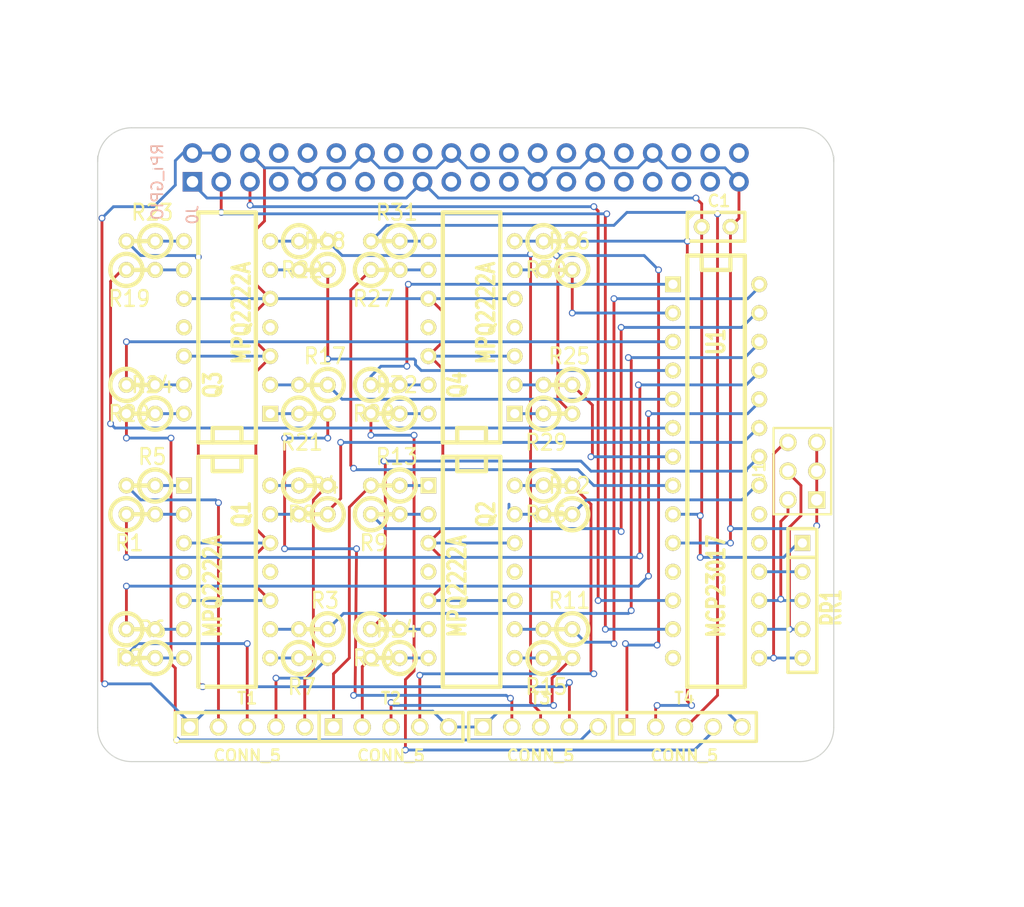
<source format=kicad_pcb>
(kicad_pcb (version 3) (host pcbnew "(2013-june-11)-stable")

  (general
    (links 110)
    (no_connects 0)
    (area 29.28939 20.694 130.847429 101.769)
    (thickness 1.6)
    (drawings 16)
    (tracks 449)
    (zones 0)
    (modules 49)
    (nets 74)
  )

  (page USLetter)
  (title_block 
    (company "Deepwoods Software")
  )

  (layers
    (15 F.Cu signal)
    (0 B.Cu signal)
    (16 B.Adhes user)
    (17 F.Adhes user)
    (18 B.Paste user)
    (19 F.Paste user)
    (20 B.SilkS user)
    (21 F.SilkS user)
    (22 B.Mask user)
    (23 F.Mask user)
    (24 Dwgs.User user)
    (25 Cmts.User user)
    (26 Eco1.User user)
    (27 Eco2.User user)
    (28 Edge.Cuts user)
  )

  (setup
    (last_trace_width 0.25)
    (user_trace_width 0.01)
    (user_trace_width 0.02)
    (user_trace_width 0.05)
    (user_trace_width 0.1)
    (user_trace_width 0.2)
    (trace_clearance 0.2)
    (zone_clearance 0.508)
    (zone_45_only no)
    (trace_min 0.01)
    (segment_width 0.2)
    (edge_width 0.1)
    (via_size 0.6)
    (via_drill 0.4)
    (via_min_size 0.4)
    (via_min_drill 0.3)
    (uvia_size 0.3)
    (uvia_drill 0.1)
    (uvias_allowed no)
    (uvia_min_size 0.2)
    (uvia_min_drill 0.1)
    (pcb_text_width 0.3)
    (pcb_text_size 1.5 1.5)
    (mod_edge_width 0.15)
    (mod_text_size 1 1)
    (mod_text_width 0.15)
    (pad_size 2.75 2.75)
    (pad_drill 2.75)
    (pad_to_mask_clearance 0)
    (aux_axis_origin 0 0)
    (visible_elements 7FFEFFFF)
    (pcbplotparams
      (layerselection 3178497)
      (usegerberextensions false)
      (excludeedgelayer true)
      (linewidth 0.100000)
      (plotframeref false)
      (viasonmask false)
      (mode 1)
      (useauxorigin false)
      (hpglpennumber 1)
      (hpglpenspeed 20)
      (hpglpendiameter 15)
      (hpglpenoverlay 2)
      (psnegative false)
      (psa4output false)
      (plotreference true)
      (plotvalue true)
      (plotothertext true)
      (plotinvisibletext false)
      (padsonsilk false)
      (subtractmaskfromsilk false)
      (outputformat 1)
      (mirror false)
      (drillshape 0)
      (scaleselection 1)
      (outputdirectory meta/))
  )

  (net 0 "")
  (net 1 Common)
  (net 2 GND)
  (net 3 GP0.0)
  (net 4 GP0.1)
  (net 5 GP0.2)
  (net 6 GP0.3)
  (net 7 GP0.4)
  (net 8 GP0.5)
  (net 9 GP0.6)
  (net 10 GP0.7)
  (net 11 GP1.0)
  (net 12 GP1.1)
  (net 13 GP1.2)
  (net 14 GP1.3)
  (net 15 GP1.4)
  (net 16 GP1.5)
  (net 17 GP1.6)
  (net 18 GP1.7)
  (net 19 H1-G)
  (net 20 H1-L)
  (net 21 H1-R)
  (net 22 H1-Y)
  (net 23 H2-G)
  (net 24 H2-L)
  (net 25 H2-R)
  (net 26 H2-Y)
  (net 27 H3-G)
  (net 28 H3-L)
  (net 29 H3-R)
  (net 30 H3-Y)
  (net 31 H4-G)
  (net 32 H4-L)
  (net 33 H4-R)
  (net 34 H4-Y)
  (net 35 N-00000100)
  (net 36 N-00000101)
  (net 37 N-0000026)
  (net 38 N-0000027)
  (net 39 N-0000028)
  (net 40 N-0000029)
  (net 41 N-000003)
  (net 42 N-0000039)
  (net 43 N-000004)
  (net 44 N-0000040)
  (net 45 N-0000041)
  (net 46 N-0000042)
  (net 47 N-000005)
  (net 48 N-000006)
  (net 49 N-000007)
  (net 50 N-000008)
  (net 51 N-0000081)
  (net 52 N-0000082)
  (net 53 N-0000083)
  (net 54 N-0000084)
  (net 55 N-0000085)
  (net 56 N-0000086)
  (net 57 N-0000087)
  (net 58 N-0000088)
  (net 59 N-0000089)
  (net 60 N-000009)
  (net 61 N-0000090)
  (net 62 N-0000091)
  (net 63 N-0000092)
  (net 64 N-0000093)
  (net 65 N-0000094)
  (net 66 N-0000095)
  (net 67 N-0000096)
  (net 68 N-0000097)
  (net 69 N-0000098)
  (net 70 N-0000099)
  (net 71 SCL)
  (net 72 SDA)
  (net 73 VDD)

  (net_class Default "This is the default net class."
    (clearance 0.2)
    (trace_width 0.25)
    (via_dia 0.6)
    (via_drill 0.4)
    (uvia_dia 0.3)
    (uvia_drill 0.1)
    (add_net "")
    (add_net Common)
    (add_net GND)
    (add_net GP0.0)
    (add_net GP0.1)
    (add_net GP0.2)
    (add_net GP0.3)
    (add_net GP0.4)
    (add_net GP0.5)
    (add_net GP0.6)
    (add_net GP0.7)
    (add_net GP1.0)
    (add_net GP1.1)
    (add_net GP1.2)
    (add_net GP1.3)
    (add_net GP1.4)
    (add_net GP1.5)
    (add_net GP1.6)
    (add_net GP1.7)
    (add_net H1-G)
    (add_net H1-L)
    (add_net H1-R)
    (add_net H1-Y)
    (add_net H2-G)
    (add_net H2-L)
    (add_net H2-R)
    (add_net H2-Y)
    (add_net H3-G)
    (add_net H3-L)
    (add_net H3-R)
    (add_net H3-Y)
    (add_net H4-G)
    (add_net H4-L)
    (add_net H4-R)
    (add_net H4-Y)
    (add_net N-00000100)
    (add_net N-00000101)
    (add_net N-0000026)
    (add_net N-0000027)
    (add_net N-0000028)
    (add_net N-0000029)
    (add_net N-000003)
    (add_net N-0000039)
    (add_net N-000004)
    (add_net N-0000040)
    (add_net N-0000041)
    (add_net N-0000042)
    (add_net N-000005)
    (add_net N-000006)
    (add_net N-000007)
    (add_net N-000008)
    (add_net N-0000081)
    (add_net N-0000082)
    (add_net N-0000083)
    (add_net N-0000084)
    (add_net N-0000085)
    (add_net N-0000086)
    (add_net N-0000087)
    (add_net N-0000088)
    (add_net N-0000089)
    (add_net N-000009)
    (add_net N-0000090)
    (add_net N-0000091)
    (add_net N-0000092)
    (add_net N-0000093)
    (add_net N-0000094)
    (add_net N-0000095)
    (add_net N-0000096)
    (add_net N-0000097)
    (add_net N-0000098)
    (add_net N-0000099)
    (add_net SCL)
    (add_net SDA)
    (add_net VDD)
  )

  (module RPi_Hat:Pin_Header_Straight_2x20   locked (layer B.Cu) (tedit 580FA54B) (tstamp 5516AEA0)
    (at 70.601 35.394 90)
    (descr "Through hole pin header")
    (tags "pin header")
    (path /5516AE26)
    (fp_text reference J0 (at -4.191 -24.13 90) (layer B.SilkS)
      (effects (font (size 1 1) (thickness 0.15)) (justify mirror))
    )
    (fp_text value RPi_GPIO (at -1.27 -27.23 90) (layer B.SilkS)
      (effects (font (size 1 1) (thickness 0.15)) (justify mirror))
    )
    (fp_line (start -3.02 -25.88) (end -3.02 25.92) (layer Cmts.User) (width 0.05))
    (fp_line (start 3.03 -25.88) (end 3.03 25.92) (layer Cmts.User) (width 0.05))
    (fp_line (start -3.02 -25.88) (end 3.03 -25.88) (layer Cmts.User) (width 0.05))
    (fp_line (start -3.02 25.92) (end 3.03 25.92) (layer Cmts.User) (width 0.05))
    (fp_line (start 2.54 25.4) (end 2.54 -25.4) (layer Cmts.User) (width 0.15))
    (fp_line (start -2.54 -22.86) (end -2.54 25.4) (layer Cmts.User) (width 0.15))
    (fp_line (start 2.54 25.4) (end -2.54 25.4) (layer Cmts.User) (width 0.15))
    (fp_line (start 2.54 -25.4) (end 0 -25.4) (layer Cmts.User) (width 0.15))
    (fp_line (start -1.27 -25.68) (end -2.82 -25.68) (layer Cmts.User) (width 0.15))
    (fp_line (start 0 -25.4) (end 0 -22.86) (layer Cmts.User) (width 0.15))
    (fp_line (start 0 -22.86) (end -2.54 -22.86) (layer Cmts.User) (width 0.15))
    (fp_line (start -2.82 -25.68) (end -2.82 -24.13) (layer Cmts.User) (width 0.15))
    (pad 1 thru_hole rect (at -1.27 -24.13 90) (size 1.7272 1.7272) (drill 1.016)
      (layers *.Cu *.Mask)
      (net 73 VDD)
    )
    (pad 2 thru_hole oval (at 1.27 -24.13 90) (size 1.7272 1.7272) (drill 1.016)
      (layers *.Cu *.Mask)
      (net 1 Common)
    )
    (pad 3 thru_hole oval (at -1.27 -21.59 90) (size 1.7272 1.7272) (drill 1.016)
      (layers *.Cu *.Mask)
      (net 72 SDA)
    )
    (pad 4 thru_hole oval (at 1.27 -21.59 90) (size 1.7272 1.7272) (drill 1.016)
      (layers *.Cu *.Mask)
      (net 1 Common)
    )
    (pad 5 thru_hole oval (at -1.27 -19.05 90) (size 1.7272 1.7272) (drill 1.016)
      (layers *.Cu *.Mask)
      (net 71 SCL)
    )
    (pad 6 thru_hole oval (at 1.27 -19.05 90) (size 1.7272 1.7272) (drill 1.016)
      (layers *.Cu *.Mask)
      (net 2 GND)
    )
    (pad 7 thru_hole oval (at -1.27 -16.51 90) (size 1.7272 1.7272) (drill 1.016)
      (layers *.Cu *.Mask)
    )
    (pad 8 thru_hole oval (at 1.27 -16.51 90) (size 1.7272 1.7272) (drill 1.016)
      (layers *.Cu *.Mask)
    )
    (pad 9 thru_hole oval (at -1.27 -13.97 90) (size 1.7272 1.7272) (drill 1.016)
      (layers *.Cu *.Mask)
      (net 2 GND)
    )
    (pad 10 thru_hole oval (at 1.27 -13.97 90) (size 1.7272 1.7272) (drill 1.016)
      (layers *.Cu *.Mask)
    )
    (pad 11 thru_hole oval (at -1.27 -11.43 90) (size 1.7272 1.7272) (drill 1.016)
      (layers *.Cu *.Mask)
    )
    (pad 12 thru_hole oval (at 1.27 -11.43 90) (size 1.7272 1.7272) (drill 1.016)
      (layers *.Cu *.Mask)
    )
    (pad 13 thru_hole oval (at -1.27 -8.89 90) (size 1.7272 1.7272) (drill 1.016)
      (layers *.Cu *.Mask)
    )
    (pad 14 thru_hole oval (at 1.27 -8.89 90) (size 1.7272 1.7272) (drill 1.016)
      (layers *.Cu *.Mask)
      (net 2 GND)
    )
    (pad 15 thru_hole oval (at -1.27 -6.35 90) (size 1.7272 1.7272) (drill 1.016)
      (layers *.Cu *.Mask)
    )
    (pad 16 thru_hole oval (at 1.27 -6.35 90) (size 1.7272 1.7272) (drill 1.016)
      (layers *.Cu *.Mask)
    )
    (pad 17 thru_hole oval (at -1.27 -3.81 90) (size 1.7272 1.7272) (drill 1.016)
      (layers *.Cu *.Mask)
      (net 73 VDD)
    )
    (pad 18 thru_hole oval (at 1.27 -3.81 90) (size 1.7272 1.7272) (drill 1.016)
      (layers *.Cu *.Mask)
    )
    (pad 19 thru_hole oval (at -1.27 -1.27 90) (size 1.7272 1.7272) (drill 1.016)
      (layers *.Cu *.Mask)
    )
    (pad 20 thru_hole oval (at 1.27 -1.27 90) (size 1.7272 1.7272) (drill 1.016)
      (layers *.Cu *.Mask)
      (net 2 GND)
    )
    (pad 21 thru_hole oval (at -1.27 1.27 90) (size 1.7272 1.7272) (drill 1.016)
      (layers *.Cu *.Mask)
    )
    (pad 22 thru_hole oval (at 1.27 1.27 90) (size 1.7272 1.7272) (drill 1.016)
      (layers *.Cu *.Mask)
    )
    (pad 23 thru_hole oval (at -1.27 3.81 90) (size 1.7272 1.7272) (drill 1.016)
      (layers *.Cu *.Mask)
    )
    (pad 24 thru_hole oval (at 1.27 3.81 90) (size 1.7272 1.7272) (drill 1.016)
      (layers *.Cu *.Mask)
    )
    (pad 25 thru_hole oval (at -1.27 6.35 90) (size 1.7272 1.7272) (drill 1.016)
      (layers *.Cu *.Mask)
      (net 2 GND)
    )
    (pad 26 thru_hole oval (at 1.27 6.35 90) (size 1.7272 1.7272) (drill 1.016)
      (layers *.Cu *.Mask)
    )
    (pad 27 thru_hole oval (at -1.27 8.89 90) (size 1.7272 1.7272) (drill 1.016)
      (layers *.Cu *.Mask)
    )
    (pad 28 thru_hole oval (at 1.27 8.89 90) (size 1.7272 1.7272) (drill 1.016)
      (layers *.Cu *.Mask)
    )
    (pad 29 thru_hole oval (at -1.27 11.43 90) (size 1.7272 1.7272) (drill 1.016)
      (layers *.Cu *.Mask)
    )
    (pad 30 thru_hole oval (at 1.27 11.43 90) (size 1.7272 1.7272) (drill 1.016)
      (layers *.Cu *.Mask)
      (net 2 GND)
    )
    (pad 31 thru_hole oval (at -1.27 13.97 90) (size 1.7272 1.7272) (drill 1.016)
      (layers *.Cu *.Mask)
    )
    (pad 32 thru_hole oval (at 1.27 13.97 90) (size 1.7272 1.7272) (drill 1.016)
      (layers *.Cu *.Mask)
    )
    (pad 33 thru_hole oval (at -1.27 16.51 90) (size 1.7272 1.7272) (drill 1.016)
      (layers *.Cu *.Mask)
    )
    (pad 34 thru_hole oval (at 1.27 16.51 90) (size 1.7272 1.7272) (drill 1.016)
      (layers *.Cu *.Mask)
      (net 2 GND)
    )
    (pad 35 thru_hole oval (at -1.27 19.05 90) (size 1.7272 1.7272) (drill 1.016)
      (layers *.Cu *.Mask)
    )
    (pad 36 thru_hole oval (at 1.27 19.05 90) (size 1.7272 1.7272) (drill 1.016)
      (layers *.Cu *.Mask)
    )
    (pad 37 thru_hole oval (at -1.27 21.59 90) (size 1.7272 1.7272) (drill 1.016)
      (layers *.Cu *.Mask)
    )
    (pad 38 thru_hole oval (at 1.27 21.59 90) (size 1.7272 1.7272) (drill 1.016)
      (layers *.Cu *.Mask)
    )
    (pad 39 thru_hole oval (at -1.27 24.13 90) (size 1.7272 1.7272) (drill 1.016)
      (layers *.Cu *.Mask)
      (net 2 GND)
    )
    (pad 40 thru_hole oval (at 1.27 24.13 90) (size 1.7272 1.7272) (drill 1.016)
      (layers *.Cu *.Mask)
    )
    (model walter/pin_strip/pin_socket_20x2.wrl
      (at (xyz 0 0 0))
      (scale (xyz 1 1 1))
      (rotate (xyz 0 0 90))
    )
    (model walter/pin_strip/pin_strip_20x2.wrl
      (at (xyz 0 0 0.03125))
      (scale (xyz 1 1 1))
      (rotate (xyz 180 0 90))
    )
  )

  (module RPi_Hat:RPi_Hat_Mounting_Hole   locked (layer B.Cu) (tedit 580FABD5) (tstamp 5515DEA9)
    (at 99.601 35.394)
    (descr "Mounting hole, Befestigungsbohrung, 2,7mm, No Annular, Kein Restring,")
    (tags "Mounting hole, Befestigungsbohrung, 2,7mm, No Annular, Kein Restring,")
    (fp_text reference H2 (at 0 -4.0005) (layer B.SilkS) hide
      (effects (font (size 1 1) (thickness 0.15)) (justify mirror))
    )
    (fp_text value "" (at 0.09906 3.59918) (layer B.SilkS) hide
      (effects (font (size 1 1) (thickness 0.15)) (justify mirror))
    )
    (fp_circle (center 0 0) (end 1.375 0) (layer Cmts.User) (width 0.15))
    (fp_circle (center 0 0) (end 3.1 0) (layer Cmts.User) (width 0.15))
    (fp_circle (center 0 0) (end 3.1 0) (layer Cmts.User) (width 0.15))
    (fp_circle (center 0 0) (end 1.375 0) (layer Cmts.User) (width 0.15))
    (fp_circle (center 0 0) (end 3.1 0) (layer Cmts.User) (width 0.15))
    (fp_circle (center 0 0) (end 3.1 0) (layer Cmts.User) (width 0.15))
    (pad "" np_thru_hole circle (at 0 0) (size 2.75 2.75) (drill 2.75)
      (layers *.Cu *.Mask)
      (solder_mask_margin 1.725)
      (clearance 1.725)
    )
  )

  (module RPi_Hat:RPi_Hat_Mounting_Hole   locked (layer B.Cu) (tedit 580FABF4) (tstamp 55169DC9)
    (at 99.601 84.394)
    (descr "Mounting hole, Befestigungsbohrung, 2,7mm, No Annular, Kein Restring,")
    (tags "Mounting hole, Befestigungsbohrung, 2,7mm, No Annular, Kein Restring,")
    (fp_text reference H4 (at 0 -4.0005) (layer B.SilkS) hide
      (effects (font (size 1 1) (thickness 0.15)) (justify mirror))
    )
    (fp_text value "" (at 0.09906 3.59918) (layer B.SilkS) hide
      (effects (font (size 1 1) (thickness 0.15)) (justify mirror))
    )
    (fp_circle (center 0 0) (end 1.375 0) (layer Cmts.User) (width 0.15))
    (fp_circle (center 0 0) (end 3.1 0) (layer Cmts.User) (width 0.15))
    (fp_circle (center 0 0) (end 3.1 0) (layer Cmts.User) (width 0.15))
    (fp_circle (center 0 0) (end 1.375 0) (layer Cmts.User) (width 0.15))
    (fp_circle (center 0 0) (end 3.1 0) (layer Cmts.User) (width 0.15))
    (fp_circle (center 0 0) (end 3.1 0) (layer Cmts.User) (width 0.15))
    (pad "" np_thru_hole circle (at 0 0) (size 2.75 2.75) (drill 2.75)
      (layers *.Cu *.Mask)
      (solder_mask_margin 1.725)
      (clearance 1.725)
    )
  )

  (module RPi_Hat:RPi_Hat_Mounting_Hole   locked (layer B.Cu) (tedit 580FABE5) (tstamp 5515DECC)
    (at 41.601 84.394)
    (descr "Mounting hole, Befestigungsbohrung, 2,7mm, No Annular, Kein Restring,")
    (tags "Mounting hole, Befestigungsbohrung, 2,7mm, No Annular, Kein Restring,")
    (fp_text reference H3 (at 0 -4.0005) (layer B.SilkS) hide
      (effects (font (size 1 1) (thickness 0.15)) (justify mirror))
    )
    (fp_text value "" (at 0.09906 3.59918) (layer B.SilkS) hide
      (effects (font (size 1 1) (thickness 0.15)) (justify mirror))
    )
    (fp_circle (center 0 0) (end 1.375 0) (layer Cmts.User) (width 0.15))
    (fp_circle (center 0 0) (end 3.1 0) (layer Cmts.User) (width 0.15))
    (fp_circle (center 0 0) (end 3.1 0) (layer Cmts.User) (width 0.15))
    (fp_circle (center 0 0) (end 1.375 0) (layer Cmts.User) (width 0.15))
    (fp_circle (center 0 0) (end 3.1 0) (layer Cmts.User) (width 0.15))
    (fp_circle (center 0 0) (end 3.1 0) (layer Cmts.User) (width 0.15))
    (pad "" np_thru_hole circle (at 0 0) (size 2.75 2.75) (drill 2.75)
      (layers *.Cu *.Mask)
      (solder_mask_margin 1.725)
      (clearance 1.725)
    )
  )

  (module RPi_Hat:RPi_Hat_Mounting_Hole   locked (layer B.Cu) (tedit 580FABC5) (tstamp 5515DEBF)
    (at 41.601 35.394)
    (descr "Mounting hole, Befestigungsbohrung, 2,7mm, No Annular, Kein Restring,")
    (tags "Mounting hole, Befestigungsbohrung, 2,7mm, No Annular, Kein Restring,")
    (fp_text reference H1 (at 0 -4.0005) (layer B.SilkS) hide
      (effects (font (size 1 1) (thickness 0.15)) (justify mirror))
    )
    (fp_text value "" (at 0.09906 3.59918) (layer B.SilkS) hide
      (effects (font (size 1 1) (thickness 0.15)) (justify mirror))
    )
    (fp_circle (center 0 0) (end 1.375 0) (layer Cmts.User) (width 0.15))
    (fp_circle (center 0 0) (end 3.1 0) (layer Cmts.User) (width 0.15))
    (fp_circle (center 0 0) (end 3.1 0) (layer Cmts.User) (width 0.15))
    (fp_circle (center 0 0) (end 1.375 0) (layer Cmts.User) (width 0.15))
    (fp_circle (center 0 0) (end 3.1 0) (layer Cmts.User) (width 0.15))
    (fp_circle (center 0 0) (end 3.1 0) (layer Cmts.User) (width 0.15))
    (pad "" np_thru_hole circle (at 0 0) (size 2.75 2.75) (drill 2.75)
      (layers *.Cu *.Mask)
      (solder_mask_margin 1.725)
      (clearance 1.725)
    )
  )

  (module SIL-5 (layer F.Cu) (tedit 200000) (tstamp 59E8E45A)
    (at 100.33 74.93 270)
    (descr "Connecteur 5 pins")
    (tags "CONN DEV")
    (path /59E8A9EF)
    (fp_text reference RR1 (at -0.635 -2.54 270) (layer F.SilkS)
      (effects (font (size 1.72974 1.08712) (thickness 0.3048)))
    )
    (fp_text value "10K Ohms" (at 0 -2.54 270) (layer F.SilkS) hide
      (effects (font (size 1.524 1.016) (thickness 0.3048)))
    )
    (fp_line (start -7.62 1.27) (end -7.62 -1.27) (layer F.SilkS) (width 0.3048))
    (fp_line (start -7.62 -1.27) (end 5.08 -1.27) (layer F.SilkS) (width 0.3048))
    (fp_line (start 5.08 -1.27) (end 5.08 1.27) (layer F.SilkS) (width 0.3048))
    (fp_line (start 5.08 1.27) (end -7.62 1.27) (layer F.SilkS) (width 0.3048))
    (fp_line (start -5.08 1.27) (end -5.08 -1.27) (layer F.SilkS) (width 0.3048))
    (pad 1 thru_hole rect (at -6.35 0 270) (size 1.397 1.397) (drill 0.8128)
      (layers *.Cu *.Mask F.SilkS)
      (net 73 VDD)
    )
    (pad 2 thru_hole circle (at -3.81 0 270) (size 1.397 1.397) (drill 0.8128)
      (layers *.Cu *.Mask F.SilkS)
      (net 60 N-000009)
    )
    (pad 3 thru_hole circle (at -1.27 0 270) (size 1.397 1.397) (drill 0.8128)
      (layers *.Cu *.Mask F.SilkS)
      (net 50 N-000008)
    )
    (pad 4 thru_hole circle (at 1.27 0 270) (size 1.397 1.397) (drill 0.8128)
      (layers *.Cu *.Mask F.SilkS)
      (net 49 N-000007)
    )
    (pad 5 thru_hole circle (at 3.81 0 270) (size 1.397 1.397) (drill 0.8128)
      (layers *.Cu *.Mask F.SilkS)
      (net 48 N-000006)
    )
  )

  (module ScrewTerm_2.54-5 (layer F.Cu) (tedit 5934228F) (tstamp 59E8E467)
    (at 51.308 84.836)
    (descr "Screw Terminals on 2.54mm centers, 5 position")
    (tags CONN)
    (path /59E8B093)
    (fp_text reference T1 (at 0 -2.54) (layer F.SilkS)
      (effects (font (size 1.016 1.016) (thickness 0.2032)))
    )
    (fp_text value CONN_5 (at 0 2.54) (layer F.SilkS)
      (effects (font (size 1.016 1.016) (thickness 0.2032)))
    )
    (fp_line (start -6.35 -1.27) (end -6.35 1.27) (layer F.SilkS) (width 0.3048))
    (fp_line (start 6.35 1.27) (end 6.35 -1.27) (layer F.SilkS) (width 0.3048))
    (fp_line (start -6.35 -1.27) (end 6.35 -1.27) (layer F.SilkS) (width 0.3048))
    (fp_line (start 6.35 1.27) (end -6.35 1.27) (layer F.SilkS) (width 0.3048))
    (pad 1 thru_hole rect (at -5.08 0) (size 1.524 1.524) (drill 1.016)
      (layers *.Cu *.Mask F.SilkS)
      (net 1 Common)
    )
    (pad 2 thru_hole circle (at -2.54 0) (size 1.524 1.524) (drill 1.016)
      (layers *.Cu *.Mask F.SilkS)
      (net 24 H2-L)
    )
    (pad 3 thru_hole circle (at 0 0) (size 1.524 1.524) (drill 1.016)
      (layers *.Cu *.Mask F.SilkS)
      (net 19 H1-G)
    )
    (pad 4 thru_hole circle (at 2.54 0) (size 1.524 1.524) (drill 1.016)
      (layers *.Cu *.Mask F.SilkS)
      (net 25 H2-R)
    )
    (pad 5 thru_hole circle (at 5.08 0) (size 1.524 1.524) (drill 1.016)
      (layers *.Cu *.Mask F.SilkS)
      (net 22 H1-Y)
    )
    (model walter/conn_screw/mors_5p.wrl
      (at (xyz 0 0 0))
      (scale (xyz 0.5 0.5 0.5))
      (rotate (xyz 0 0 180))
    )
  )

  (module ScrewTerm_2.54-5 (layer F.Cu) (tedit 5934228F) (tstamp 59E8E474)
    (at 64.008 84.836)
    (descr "Screw Terminals on 2.54mm centers, 5 position")
    (tags CONN)
    (path /59E8B0A2)
    (fp_text reference T2 (at 0 -2.54) (layer F.SilkS)
      (effects (font (size 1.016 1.016) (thickness 0.2032)))
    )
    (fp_text value CONN_5 (at 0 2.54) (layer F.SilkS)
      (effects (font (size 1.016 1.016) (thickness 0.2032)))
    )
    (fp_line (start -6.35 -1.27) (end -6.35 1.27) (layer F.SilkS) (width 0.3048))
    (fp_line (start 6.35 1.27) (end 6.35 -1.27) (layer F.SilkS) (width 0.3048))
    (fp_line (start -6.35 -1.27) (end 6.35 -1.27) (layer F.SilkS) (width 0.3048))
    (fp_line (start 6.35 1.27) (end -6.35 1.27) (layer F.SilkS) (width 0.3048))
    (pad 1 thru_hole rect (at -5.08 0) (size 1.524 1.524) (drill 1.016)
      (layers *.Cu *.Mask F.SilkS)
      (net 26 H2-Y)
    )
    (pad 2 thru_hole circle (at -2.54 0) (size 1.524 1.524) (drill 1.016)
      (layers *.Cu *.Mask F.SilkS)
      (net 21 H1-R)
    )
    (pad 3 thru_hole circle (at 0 0) (size 1.524 1.524) (drill 1.016)
      (layers *.Cu *.Mask F.SilkS)
      (net 23 H2-G)
    )
    (pad 4 thru_hole circle (at 2.54 0) (size 1.524 1.524) (drill 1.016)
      (layers *.Cu *.Mask F.SilkS)
      (net 20 H1-L)
    )
    (pad 5 thru_hole circle (at 5.08 0) (size 1.524 1.524) (drill 1.016)
      (layers *.Cu *.Mask F.SilkS)
      (net 1 Common)
    )
    (model walter/conn_screw/mors_5p.wrl
      (at (xyz 0 0 0))
      (scale (xyz 0.5 0.5 0.5))
      (rotate (xyz 0 0 180))
    )
  )

  (module ScrewTerm_2.54-5 (layer F.Cu) (tedit 5934228F) (tstamp 59E8E481)
    (at 77.216 84.836)
    (descr "Screw Terminals on 2.54mm centers, 5 position")
    (tags CONN)
    (path /59E8B0B1)
    (fp_text reference T3 (at 0 -2.54) (layer F.SilkS)
      (effects (font (size 1.016 1.016) (thickness 0.2032)))
    )
    (fp_text value CONN_5 (at 0 2.54) (layer F.SilkS)
      (effects (font (size 1.016 1.016) (thickness 0.2032)))
    )
    (fp_line (start -6.35 -1.27) (end -6.35 1.27) (layer F.SilkS) (width 0.3048))
    (fp_line (start 6.35 1.27) (end 6.35 -1.27) (layer F.SilkS) (width 0.3048))
    (fp_line (start -6.35 -1.27) (end 6.35 -1.27) (layer F.SilkS) (width 0.3048))
    (fp_line (start 6.35 1.27) (end -6.35 1.27) (layer F.SilkS) (width 0.3048))
    (pad 1 thru_hole rect (at -5.08 0) (size 1.524 1.524) (drill 1.016)
      (layers *.Cu *.Mask F.SilkS)
      (net 1 Common)
    )
    (pad 2 thru_hole circle (at -2.54 0) (size 1.524 1.524) (drill 1.016)
      (layers *.Cu *.Mask F.SilkS)
      (net 32 H4-L)
    )
    (pad 3 thru_hole circle (at 0 0) (size 1.524 1.524) (drill 1.016)
      (layers *.Cu *.Mask F.SilkS)
      (net 27 H3-G)
    )
    (pad 4 thru_hole circle (at 2.54 0) (size 1.524 1.524) (drill 1.016)
      (layers *.Cu *.Mask F.SilkS)
      (net 33 H4-R)
    )
    (pad 5 thru_hole circle (at 5.08 0) (size 1.524 1.524) (drill 1.016)
      (layers *.Cu *.Mask F.SilkS)
      (net 30 H3-Y)
    )
    (model walter/conn_screw/mors_5p.wrl
      (at (xyz 0 0 0))
      (scale (xyz 0.5 0.5 0.5))
      (rotate (xyz 0 0 180))
    )
  )

  (module ScrewTerm_2.54-5 (layer F.Cu) (tedit 5934228F) (tstamp 59E8E48E)
    (at 89.916 84.836)
    (descr "Screw Terminals on 2.54mm centers, 5 position")
    (tags CONN)
    (path /59E8B0C0)
    (fp_text reference T4 (at 0 -2.54) (layer F.SilkS)
      (effects (font (size 1.016 1.016) (thickness 0.2032)))
    )
    (fp_text value CONN_5 (at 0 2.54) (layer F.SilkS)
      (effects (font (size 1.016 1.016) (thickness 0.2032)))
    )
    (fp_line (start -6.35 -1.27) (end -6.35 1.27) (layer F.SilkS) (width 0.3048))
    (fp_line (start 6.35 1.27) (end 6.35 -1.27) (layer F.SilkS) (width 0.3048))
    (fp_line (start -6.35 -1.27) (end 6.35 -1.27) (layer F.SilkS) (width 0.3048))
    (fp_line (start 6.35 1.27) (end -6.35 1.27) (layer F.SilkS) (width 0.3048))
    (pad 1 thru_hole rect (at -5.08 0) (size 1.524 1.524) (drill 1.016)
      (layers *.Cu *.Mask F.SilkS)
      (net 34 H4-Y)
    )
    (pad 2 thru_hole circle (at -2.54 0) (size 1.524 1.524) (drill 1.016)
      (layers *.Cu *.Mask F.SilkS)
      (net 29 H3-R)
    )
    (pad 3 thru_hole circle (at 0 0) (size 1.524 1.524) (drill 1.016)
      (layers *.Cu *.Mask F.SilkS)
      (net 31 H4-G)
    )
    (pad 4 thru_hole circle (at 2.54 0) (size 1.524 1.524) (drill 1.016)
      (layers *.Cu *.Mask F.SilkS)
      (net 28 H3-L)
    )
    (pad 5 thru_hole circle (at 5.08 0) (size 1.524 1.524) (drill 1.016)
      (layers *.Cu *.Mask F.SilkS)
      (net 1 Common)
    )
    (model walter/conn_screw/mors_5p.wrl
      (at (xyz 0 0 0))
      (scale (xyz 0.5 0.5 0.5))
      (rotate (xyz 0 0 180))
    )
  )

  (module R1 (layer F.Cu) (tedit 200000) (tstamp 59E8E496)
    (at 63.5 41.91 180)
    (descr "Resistance verticale")
    (tags R)
    (path /59E8A695)
    (autoplace_cost90 10)
    (autoplace_cost180 10)
    (fp_text reference R31 (at -1.016 2.54 180) (layer F.SilkS)
      (effects (font (size 1.397 1.27) (thickness 0.2032)))
    )
    (fp_text value "150 Ohms" (at -1.143 2.54 180) (layer F.SilkS) hide
      (effects (font (size 1.397 1.27) (thickness 0.2032)))
    )
    (fp_line (start -1.27 0) (end 1.27 0) (layer F.SilkS) (width 0.381))
    (fp_circle (center -1.27 0) (end -0.635 1.27) (layer F.SilkS) (width 0.381))
    (pad 1 thru_hole circle (at -1.27 0 180) (size 1.397 1.397) (drill 0.8128)
      (layers *.Cu *.Mask F.SilkS)
      (net 47 N-000005)
    )
    (pad 2 thru_hole circle (at 1.27 0 180) (size 1.397 1.397) (drill 0.8128)
      (layers *.Cu *.Mask F.SilkS)
      (net 31 H4-G)
    )
    (model discret/verti_resistor.wrl
      (at (xyz 0 0 0))
      (scale (xyz 1 1 1))
      (rotate (xyz 0 0 0))
    )
  )

  (module R1 (layer F.Cu) (tedit 200000) (tstamp 59E8E49E)
    (at 63.5 44.45)
    (descr "Resistance verticale")
    (tags R)
    (path /59E8A68F)
    (autoplace_cost90 10)
    (autoplace_cost180 10)
    (fp_text reference R27 (at -1.016 2.54) (layer F.SilkS)
      (effects (font (size 1.397 1.27) (thickness 0.2032)))
    )
    (fp_text value "1K Ohms" (at -1.143 2.54) (layer F.SilkS) hide
      (effects (font (size 1.397 1.27) (thickness 0.2032)))
    )
    (fp_line (start -1.27 0) (end 1.27 0) (layer F.SilkS) (width 0.381))
    (fp_circle (center -1.27 0) (end -0.635 1.27) (layer F.SilkS) (width 0.381))
    (pad 1 thru_hole circle (at -1.27 0) (size 1.397 1.397) (drill 0.8128)
      (layers *.Cu *.Mask F.SilkS)
      (net 18 GP1.7)
    )
    (pad 2 thru_hole circle (at 1.27 0) (size 1.397 1.397) (drill 0.8128)
      (layers *.Cu *.Mask F.SilkS)
      (net 57 N-0000087)
    )
    (model discret/verti_resistor.wrl
      (at (xyz 0 0 0))
      (scale (xyz 1 1 1))
      (rotate (xyz 0 0 0))
    )
  )

  (module R1 (layer F.Cu) (tedit 200000) (tstamp 59E8E4A6)
    (at 78.74 41.91)
    (descr "Resistance verticale")
    (tags R)
    (path /59E8A67C)
    (autoplace_cost90 10)
    (autoplace_cost180 10)
    (fp_text reference R30 (at -1.016 2.54) (layer F.SilkS)
      (effects (font (size 1.397 1.27) (thickness 0.2032)))
    )
    (fp_text value "150 Ohms" (at -1.143 2.54) (layer F.SilkS) hide
      (effects (font (size 1.397 1.27) (thickness 0.2032)))
    )
    (fp_line (start -1.27 0) (end 1.27 0) (layer F.SilkS) (width 0.381))
    (fp_circle (center -1.27 0) (end -0.635 1.27) (layer F.SilkS) (width 0.381))
    (pad 1 thru_hole circle (at -1.27 0) (size 1.397 1.397) (drill 0.8128)
      (layers *.Cu *.Mask F.SilkS)
      (net 58 N-0000088)
    )
    (pad 2 thru_hole circle (at 1.27 0) (size 1.397 1.397) (drill 0.8128)
      (layers *.Cu *.Mask F.SilkS)
      (net 29 H3-R)
    )
    (model discret/verti_resistor.wrl
      (at (xyz 0 0 0))
      (scale (xyz 1 1 1))
      (rotate (xyz 0 0 0))
    )
  )

  (module R1 (layer F.Cu) (tedit 200000) (tstamp 59E8E4AE)
    (at 78.74 44.45 180)
    (descr "Resistance verticale")
    (tags R)
    (path /59E8A676)
    (autoplace_cost90 10)
    (autoplace_cost180 10)
    (fp_text reference R26 (at -1.016 2.54 180) (layer F.SilkS)
      (effects (font (size 1.397 1.27) (thickness 0.2032)))
    )
    (fp_text value "1K Ohms" (at -1.143 2.54 180) (layer F.SilkS) hide
      (effects (font (size 1.397 1.27) (thickness 0.2032)))
    )
    (fp_line (start -1.27 0) (end 1.27 0) (layer F.SilkS) (width 0.381))
    (fp_circle (center -1.27 0) (end -0.635 1.27) (layer F.SilkS) (width 0.381))
    (pad 1 thru_hole circle (at -1.27 0 180) (size 1.397 1.397) (drill 0.8128)
      (layers *.Cu *.Mask F.SilkS)
      (net 12 GP1.1)
    )
    (pad 2 thru_hole circle (at 1.27 0 180) (size 1.397 1.397) (drill 0.8128)
      (layers *.Cu *.Mask F.SilkS)
      (net 59 N-0000089)
    )
    (model discret/verti_resistor.wrl
      (at (xyz 0 0 0))
      (scale (xyz 1 1 1))
      (rotate (xyz 0 0 0))
    )
  )

  (module R1 (layer F.Cu) (tedit 200000) (tstamp 59E8E4B6)
    (at 78.74 57.15)
    (descr "Resistance verticale")
    (tags R)
    (path /59E8A663)
    (autoplace_cost90 10)
    (autoplace_cost180 10)
    (fp_text reference R29 (at -1.016 2.54) (layer F.SilkS)
      (effects (font (size 1.397 1.27) (thickness 0.2032)))
    )
    (fp_text value "150 Ohms" (at -1.143 2.54) (layer F.SilkS) hide
      (effects (font (size 1.397 1.27) (thickness 0.2032)))
    )
    (fp_line (start -1.27 0) (end 1.27 0) (layer F.SilkS) (width 0.381))
    (fp_circle (center -1.27 0) (end -0.635 1.27) (layer F.SilkS) (width 0.381))
    (pad 1 thru_hole circle (at -1.27 0) (size 1.397 1.397) (drill 0.8128)
      (layers *.Cu *.Mask F.SilkS)
      (net 61 N-0000090)
    )
    (pad 2 thru_hole circle (at 1.27 0) (size 1.397 1.397) (drill 0.8128)
      (layers *.Cu *.Mask F.SilkS)
      (net 34 H4-Y)
    )
    (model discret/verti_resistor.wrl
      (at (xyz 0 0 0))
      (scale (xyz 1 1 1))
      (rotate (xyz 0 0 0))
    )
  )

  (module R1 (layer F.Cu) (tedit 200000) (tstamp 59E8E4BE)
    (at 78.74 54.61 180)
    (descr "Resistance verticale")
    (tags R)
    (path /59E8A65D)
    (autoplace_cost90 10)
    (autoplace_cost180 10)
    (fp_text reference R25 (at -1.016 2.54 180) (layer F.SilkS)
      (effects (font (size 1.397 1.27) (thickness 0.2032)))
    )
    (fp_text value "1K Ohms" (at -1.143 2.54 180) (layer F.SilkS) hide
      (effects (font (size 1.397 1.27) (thickness 0.2032)))
    )
    (fp_line (start -1.27 0) (end 1.27 0) (layer F.SilkS) (width 0.381))
    (fp_circle (center -1.27 0) (end -0.635 1.27) (layer F.SilkS) (width 0.381))
    (pad 1 thru_hole circle (at -1.27 0 180) (size 1.397 1.397) (drill 0.8128)
      (layers *.Cu *.Mask F.SilkS)
      (net 17 GP1.6)
    )
    (pad 2 thru_hole circle (at 1.27 0 180) (size 1.397 1.397) (drill 0.8128)
      (layers *.Cu *.Mask F.SilkS)
      (net 62 N-0000091)
    )
    (model discret/verti_resistor.wrl
      (at (xyz 0 0 0))
      (scale (xyz 1 1 1))
      (rotate (xyz 0 0 0))
    )
  )

  (module R1 (layer F.Cu) (tedit 200000) (tstamp 59E8E4C6)
    (at 63.5 54.61)
    (descr "Resistance verticale")
    (tags R)
    (path /59E8A6A8)
    (autoplace_cost90 10)
    (autoplace_cost180 10)
    (fp_text reference R28 (at -1.016 2.54) (layer F.SilkS)
      (effects (font (size 1.397 1.27) (thickness 0.2032)))
    )
    (fp_text value "1K Ohms" (at -1.143 2.54) (layer F.SilkS) hide
      (effects (font (size 1.397 1.27) (thickness 0.2032)))
    )
    (fp_line (start -1.27 0) (end 1.27 0) (layer F.SilkS) (width 0.381))
    (fp_circle (center -1.27 0) (end -0.635 1.27) (layer F.SilkS) (width 0.381))
    (pad 1 thru_hole circle (at -1.27 0) (size 1.397 1.397) (drill 0.8128)
      (layers *.Cu *.Mask F.SilkS)
      (net 11 GP1.0)
    )
    (pad 2 thru_hole circle (at 1.27 0) (size 1.397 1.397) (drill 0.8128)
      (layers *.Cu *.Mask F.SilkS)
      (net 43 N-000004)
    )
    (model discret/verti_resistor.wrl
      (at (xyz 0 0 0))
      (scale (xyz 1 1 1))
      (rotate (xyz 0 0 0))
    )
  )

  (module R1 (layer F.Cu) (tedit 200000) (tstamp 59E8E4CE)
    (at 41.91 57.15 180)
    (descr "Resistance verticale")
    (tags R)
    (path /59E8A64A)
    (autoplace_cost90 10)
    (autoplace_cost180 10)
    (fp_text reference R24 (at -1.016 2.54 180) (layer F.SilkS)
      (effects (font (size 1.397 1.27) (thickness 0.2032)))
    )
    (fp_text value "150 Ohms" (at -1.143 2.54 180) (layer F.SilkS) hide
      (effects (font (size 1.397 1.27) (thickness 0.2032)))
    )
    (fp_line (start -1.27 0) (end 1.27 0) (layer F.SilkS) (width 0.381))
    (fp_circle (center -1.27 0) (end -0.635 1.27) (layer F.SilkS) (width 0.381))
    (pad 1 thru_hole circle (at -1.27 0 180) (size 1.397 1.397) (drill 0.8128)
      (layers *.Cu *.Mask F.SilkS)
      (net 51 N-0000081)
    )
    (pad 2 thru_hole circle (at 1.27 0 180) (size 1.397 1.397) (drill 0.8128)
      (layers *.Cu *.Mask F.SilkS)
      (net 30 H3-Y)
    )
    (model discret/verti_resistor.wrl
      (at (xyz 0 0 0))
      (scale (xyz 1 1 1))
      (rotate (xyz 0 0 0))
    )
  )

  (module R1 (layer F.Cu) (tedit 200000) (tstamp 59E8E4D6)
    (at 41.91 54.61)
    (descr "Resistance verticale")
    (tags R)
    (path /59E8A644)
    (autoplace_cost90 10)
    (autoplace_cost180 10)
    (fp_text reference R20 (at -1.016 2.54) (layer F.SilkS)
      (effects (font (size 1.397 1.27) (thickness 0.2032)))
    )
    (fp_text value "1K Ohms" (at -1.143 2.54) (layer F.SilkS) hide
      (effects (font (size 1.397 1.27) (thickness 0.2032)))
    )
    (fp_line (start -1.27 0) (end 1.27 0) (layer F.SilkS) (width 0.381))
    (fp_circle (center -1.27 0) (end -0.635 1.27) (layer F.SilkS) (width 0.381))
    (pad 1 thru_hole circle (at -1.27 0) (size 1.397 1.397) (drill 0.8128)
      (layers *.Cu *.Mask F.SilkS)
      (net 13 GP1.2)
    )
    (pad 2 thru_hole circle (at 1.27 0) (size 1.397 1.397) (drill 0.8128)
      (layers *.Cu *.Mask F.SilkS)
      (net 52 N-0000082)
    )
    (model discret/verti_resistor.wrl
      (at (xyz 0 0 0))
      (scale (xyz 1 1 1))
      (rotate (xyz 0 0 0))
    )
  )

  (module R1 (layer F.Cu) (tedit 200000) (tstamp 59E8E4DE)
    (at 41.91 41.91 180)
    (descr "Resistance verticale")
    (tags R)
    (path /59E8A631)
    (autoplace_cost90 10)
    (autoplace_cost180 10)
    (fp_text reference R23 (at -1.016 2.54 180) (layer F.SilkS)
      (effects (font (size 1.397 1.27) (thickness 0.2032)))
    )
    (fp_text value "150 Ohms" (at -1.143 2.54 180) (layer F.SilkS) hide
      (effects (font (size 1.397 1.27) (thickness 0.2032)))
    )
    (fp_line (start -1.27 0) (end 1.27 0) (layer F.SilkS) (width 0.381))
    (fp_circle (center -1.27 0) (end -0.635 1.27) (layer F.SilkS) (width 0.381))
    (pad 1 thru_hole circle (at -1.27 0 180) (size 1.397 1.397) (drill 0.8128)
      (layers *.Cu *.Mask F.SilkS)
      (net 53 N-0000083)
    )
    (pad 2 thru_hole circle (at 1.27 0 180) (size 1.397 1.397) (drill 0.8128)
      (layers *.Cu *.Mask F.SilkS)
      (net 33 H4-R)
    )
    (model discret/verti_resistor.wrl
      (at (xyz 0 0 0))
      (scale (xyz 1 1 1))
      (rotate (xyz 0 0 0))
    )
  )

  (module R1 (layer F.Cu) (tedit 200000) (tstamp 59E8E4E6)
    (at 41.91 44.45)
    (descr "Resistance verticale")
    (tags R)
    (path /59E8A62B)
    (autoplace_cost90 10)
    (autoplace_cost180 10)
    (fp_text reference R19 (at -1.016 2.54) (layer F.SilkS)
      (effects (font (size 1.397 1.27) (thickness 0.2032)))
    )
    (fp_text value "1K Ohms" (at -1.143 2.54) (layer F.SilkS) hide
      (effects (font (size 1.397 1.27) (thickness 0.2032)))
    )
    (fp_line (start -1.27 0) (end 1.27 0) (layer F.SilkS) (width 0.381))
    (fp_circle (center -1.27 0) (end -0.635 1.27) (layer F.SilkS) (width 0.381))
    (pad 1 thru_hole circle (at -1.27 0) (size 1.397 1.397) (drill 0.8128)
      (layers *.Cu *.Mask F.SilkS)
      (net 16 GP1.5)
    )
    (pad 2 thru_hole circle (at 1.27 0) (size 1.397 1.397) (drill 0.8128)
      (layers *.Cu *.Mask F.SilkS)
      (net 54 N-0000084)
    )
    (model discret/verti_resistor.wrl
      (at (xyz 0 0 0))
      (scale (xyz 1 1 1))
      (rotate (xyz 0 0 0))
    )
  )

  (module R1 (layer F.Cu) (tedit 200000) (tstamp 59E8E4EE)
    (at 57.15 41.91)
    (descr "Resistance verticale")
    (tags R)
    (path /59E8A618)
    (autoplace_cost90 10)
    (autoplace_cost180 10)
    (fp_text reference R22 (at -1.016 2.54) (layer F.SilkS)
      (effects (font (size 1.397 1.27) (thickness 0.2032)))
    )
    (fp_text value "150 Ohms" (at -1.143 2.54) (layer F.SilkS) hide
      (effects (font (size 1.397 1.27) (thickness 0.2032)))
    )
    (fp_line (start -1.27 0) (end 1.27 0) (layer F.SilkS) (width 0.381))
    (fp_circle (center -1.27 0) (end -0.635 1.27) (layer F.SilkS) (width 0.381))
    (pad 1 thru_hole circle (at -1.27 0) (size 1.397 1.397) (drill 0.8128)
      (layers *.Cu *.Mask F.SilkS)
      (net 55 N-0000085)
    )
    (pad 2 thru_hole circle (at 1.27 0) (size 1.397 1.397) (drill 0.8128)
      (layers *.Cu *.Mask F.SilkS)
      (net 27 H3-G)
    )
    (model discret/verti_resistor.wrl
      (at (xyz 0 0 0))
      (scale (xyz 1 1 1))
      (rotate (xyz 0 0 0))
    )
  )

  (module R1 (layer F.Cu) (tedit 200000) (tstamp 59E8E4F6)
    (at 57.15 44.45 180)
    (descr "Resistance verticale")
    (tags R)
    (path /59E8A612)
    (autoplace_cost90 10)
    (autoplace_cost180 10)
    (fp_text reference R18 (at -1.016 2.54 180) (layer F.SilkS)
      (effects (font (size 1.397 1.27) (thickness 0.2032)))
    )
    (fp_text value "1K Ohms" (at -1.143 2.54 180) (layer F.SilkS) hide
      (effects (font (size 1.397 1.27) (thickness 0.2032)))
    )
    (fp_line (start -1.27 0) (end 1.27 0) (layer F.SilkS) (width 0.381))
    (fp_circle (center -1.27 0) (end -0.635 1.27) (layer F.SilkS) (width 0.381))
    (pad 1 thru_hole circle (at -1.27 0 180) (size 1.397 1.397) (drill 0.8128)
      (layers *.Cu *.Mask F.SilkS)
      (net 14 GP1.3)
    )
    (pad 2 thru_hole circle (at 1.27 0 180) (size 1.397 1.397) (drill 0.8128)
      (layers *.Cu *.Mask F.SilkS)
      (net 56 N-0000086)
    )
    (model discret/verti_resistor.wrl
      (at (xyz 0 0 0))
      (scale (xyz 1 1 1))
      (rotate (xyz 0 0 0))
    )
  )

  (module R1 (layer F.Cu) (tedit 200000) (tstamp 59E8E4FE)
    (at 57.15 57.15)
    (descr "Resistance verticale")
    (tags R)
    (path /59E8A5FF)
    (autoplace_cost90 10)
    (autoplace_cost180 10)
    (fp_text reference R21 (at -1.016 2.54) (layer F.SilkS)
      (effects (font (size 1.397 1.27) (thickness 0.2032)))
    )
    (fp_text value "150 Ohms" (at -1.143 2.54) (layer F.SilkS) hide
      (effects (font (size 1.397 1.27) (thickness 0.2032)))
    )
    (fp_line (start -1.27 0) (end 1.27 0) (layer F.SilkS) (width 0.381))
    (fp_circle (center -1.27 0) (end -0.635 1.27) (layer F.SilkS) (width 0.381))
    (pad 1 thru_hole circle (at -1.27 0) (size 1.397 1.397) (drill 0.8128)
      (layers *.Cu *.Mask F.SilkS)
      (net 69 N-0000098)
    )
    (pad 2 thru_hole circle (at 1.27 0) (size 1.397 1.397) (drill 0.8128)
      (layers *.Cu *.Mask F.SilkS)
      (net 32 H4-L)
    )
    (model discret/verti_resistor.wrl
      (at (xyz 0 0 0))
      (scale (xyz 1 1 1))
      (rotate (xyz 0 0 0))
    )
  )

  (module R1 (layer F.Cu) (tedit 200000) (tstamp 59E8E506)
    (at 63.5 57.15 180)
    (descr "Resistance verticale")
    (tags R)
    (path /59E8A6AE)
    (autoplace_cost90 10)
    (autoplace_cost180 10)
    (fp_text reference R32 (at -1.016 2.54 180) (layer F.SilkS)
      (effects (font (size 1.397 1.27) (thickness 0.2032)))
    )
    (fp_text value "150 Ohms" (at -1.143 2.54 180) (layer F.SilkS) hide
      (effects (font (size 1.397 1.27) (thickness 0.2032)))
    )
    (fp_line (start -1.27 0) (end 1.27 0) (layer F.SilkS) (width 0.381))
    (fp_circle (center -1.27 0) (end -0.635 1.27) (layer F.SilkS) (width 0.381))
    (pad 1 thru_hole circle (at -1.27 0 180) (size 1.397 1.397) (drill 0.8128)
      (layers *.Cu *.Mask F.SilkS)
      (net 41 N-000003)
    )
    (pad 2 thru_hole circle (at 1.27 0 180) (size 1.397 1.397) (drill 0.8128)
      (layers *.Cu *.Mask F.SilkS)
      (net 28 H3-L)
    )
    (model discret/verti_resistor.wrl
      (at (xyz 0 0 0))
      (scale (xyz 1 1 1))
      (rotate (xyz 0 0 0))
    )
  )

  (module R1 (layer F.Cu) (tedit 200000) (tstamp 59E8E50E)
    (at 41.91 63.5 180)
    (descr "Resistance verticale")
    (tags R)
    (path /59E8A4D6)
    (autoplace_cost90 10)
    (autoplace_cost180 10)
    (fp_text reference R5 (at -1.016 2.54 180) (layer F.SilkS)
      (effects (font (size 1.397 1.27) (thickness 0.2032)))
    )
    (fp_text value "150 Ohms" (at -1.143 2.54 180) (layer F.SilkS) hide
      (effects (font (size 1.397 1.27) (thickness 0.2032)))
    )
    (fp_line (start -1.27 0) (end 1.27 0) (layer F.SilkS) (width 0.381))
    (fp_circle (center -1.27 0) (end -0.635 1.27) (layer F.SilkS) (width 0.381))
    (pad 1 thru_hole circle (at -1.27 0 180) (size 1.397 1.397) (drill 0.8128)
      (layers *.Cu *.Mask F.SilkS)
      (net 39 N-0000028)
    )
    (pad 2 thru_hole circle (at 1.27 0 180) (size 1.397 1.397) (drill 0.8128)
      (layers *.Cu *.Mask F.SilkS)
      (net 24 H2-L)
    )
    (model discret/verti_resistor.wrl
      (at (xyz 0 0 0))
      (scale (xyz 1 1 1))
      (rotate (xyz 0 0 0))
    )
  )

  (module R1 (layer F.Cu) (tedit 200000) (tstamp 59E8E516)
    (at 41.91 76.2)
    (descr "Resistance verticale")
    (tags R)
    (path /59E8A50E)
    (autoplace_cost90 10)
    (autoplace_cost180 10)
    (fp_text reference R2 (at -1.016 2.54) (layer F.SilkS)
      (effects (font (size 1.397 1.27) (thickness 0.2032)))
    )
    (fp_text value "1K Ohms" (at -1.143 2.54) (layer F.SilkS) hide
      (effects (font (size 1.397 1.27) (thickness 0.2032)))
    )
    (fp_line (start -1.27 0) (end 1.27 0) (layer F.SilkS) (width 0.381))
    (fp_circle (center -1.27 0) (end -0.635 1.27) (layer F.SilkS) (width 0.381))
    (pad 1 thru_hole circle (at -1.27 0) (size 1.397 1.397) (drill 0.8128)
      (layers *.Cu *.Mask F.SilkS)
      (net 6 GP0.3)
    )
    (pad 2 thru_hole circle (at 1.27 0) (size 1.397 1.397) (drill 0.8128)
      (layers *.Cu *.Mask F.SilkS)
      (net 38 N-0000027)
    )
    (model discret/verti_resistor.wrl
      (at (xyz 0 0 0))
      (scale (xyz 1 1 1))
      (rotate (xyz 0 0 0))
    )
  )

  (module R1 (layer F.Cu) (tedit 200000) (tstamp 59E8E51E)
    (at 41.91 78.74 180)
    (descr "Resistance verticale")
    (tags R)
    (path /59E8A514)
    (autoplace_cost90 10)
    (autoplace_cost180 10)
    (fp_text reference R6 (at -1.016 2.54 180) (layer F.SilkS)
      (effects (font (size 1.397 1.27) (thickness 0.2032)))
    )
    (fp_text value "150 Ohms" (at -1.143 2.54 180) (layer F.SilkS) hide
      (effects (font (size 1.397 1.27) (thickness 0.2032)))
    )
    (fp_line (start -1.27 0) (end 1.27 0) (layer F.SilkS) (width 0.381))
    (fp_circle (center -1.27 0) (end -0.635 1.27) (layer F.SilkS) (width 0.381))
    (pad 1 thru_hole circle (at -1.27 0 180) (size 1.397 1.397) (drill 0.8128)
      (layers *.Cu *.Mask F.SilkS)
      (net 37 N-0000026)
    )
    (pad 2 thru_hole circle (at 1.27 0 180) (size 1.397 1.397) (drill 0.8128)
      (layers *.Cu *.Mask F.SilkS)
      (net 19 H1-G)
    )
    (model discret/verti_resistor.wrl
      (at (xyz 0 0 0))
      (scale (xyz 1 1 1))
      (rotate (xyz 0 0 0))
    )
  )

  (module R1 (layer F.Cu) (tedit 200000) (tstamp 59E8E526)
    (at 57.15 76.2 180)
    (descr "Resistance verticale")
    (tags R)
    (path /59E8A527)
    (autoplace_cost90 10)
    (autoplace_cost180 10)
    (fp_text reference R3 (at -1.016 2.54 180) (layer F.SilkS)
      (effects (font (size 1.397 1.27) (thickness 0.2032)))
    )
    (fp_text value "1K Ohms" (at -1.143 2.54 180) (layer F.SilkS) hide
      (effects (font (size 1.397 1.27) (thickness 0.2032)))
    )
    (fp_line (start -1.27 0) (end 1.27 0) (layer F.SilkS) (width 0.381))
    (fp_circle (center -1.27 0) (end -0.635 1.27) (layer F.SilkS) (width 0.381))
    (pad 1 thru_hole circle (at -1.27 0 180) (size 1.397 1.397) (drill 0.8128)
      (layers *.Cu *.Mask F.SilkS)
      (net 8 GP0.5)
    )
    (pad 2 thru_hole circle (at 1.27 0 180) (size 1.397 1.397) (drill 0.8128)
      (layers *.Cu *.Mask F.SilkS)
      (net 46 N-0000042)
    )
    (model discret/verti_resistor.wrl
      (at (xyz 0 0 0))
      (scale (xyz 1 1 1))
      (rotate (xyz 0 0 0))
    )
  )

  (module R1 (layer F.Cu) (tedit 200000) (tstamp 59E8E52E)
    (at 57.15 78.74)
    (descr "Resistance verticale")
    (tags R)
    (path /59E8A52D)
    (autoplace_cost90 10)
    (autoplace_cost180 10)
    (fp_text reference R7 (at -1.016 2.54) (layer F.SilkS)
      (effects (font (size 1.397 1.27) (thickness 0.2032)))
    )
    (fp_text value "150 Ohms" (at -1.143 2.54) (layer F.SilkS) hide
      (effects (font (size 1.397 1.27) (thickness 0.2032)))
    )
    (fp_line (start -1.27 0) (end 1.27 0) (layer F.SilkS) (width 0.381))
    (fp_circle (center -1.27 0) (end -0.635 1.27) (layer F.SilkS) (width 0.381))
    (pad 1 thru_hole circle (at -1.27 0) (size 1.397 1.397) (drill 0.8128)
      (layers *.Cu *.Mask F.SilkS)
      (net 45 N-0000041)
    )
    (pad 2 thru_hole circle (at 1.27 0) (size 1.397 1.397) (drill 0.8128)
      (layers *.Cu *.Mask F.SilkS)
      (net 25 H2-R)
    )
    (model discret/verti_resistor.wrl
      (at (xyz 0 0 0))
      (scale (xyz 1 1 1))
      (rotate (xyz 0 0 0))
    )
  )

  (module R1 (layer F.Cu) (tedit 200000) (tstamp 59E8E536)
    (at 57.15 66.04 180)
    (descr "Resistance verticale")
    (tags R)
    (path /59E8A540)
    (autoplace_cost90 10)
    (autoplace_cost180 10)
    (fp_text reference R4 (at -1.016 2.54 180) (layer F.SilkS)
      (effects (font (size 1.397 1.27) (thickness 0.2032)))
    )
    (fp_text value "1K Ohms" (at -1.143 2.54 180) (layer F.SilkS) hide
      (effects (font (size 1.397 1.27) (thickness 0.2032)))
    )
    (fp_line (start -1.27 0) (end 1.27 0) (layer F.SilkS) (width 0.381))
    (fp_circle (center -1.27 0) (end -0.635 1.27) (layer F.SilkS) (width 0.381))
    (pad 1 thru_hole circle (at -1.27 0 180) (size 1.397 1.397) (drill 0.8128)
      (layers *.Cu *.Mask F.SilkS)
      (net 5 GP0.2)
    )
    (pad 2 thru_hole circle (at 1.27 0 180) (size 1.397 1.397) (drill 0.8128)
      (layers *.Cu *.Mask F.SilkS)
      (net 44 N-0000040)
    )
    (model discret/verti_resistor.wrl
      (at (xyz 0 0 0))
      (scale (xyz 1 1 1))
      (rotate (xyz 0 0 0))
    )
  )

  (module R1 (layer F.Cu) (tedit 200000) (tstamp 59E8E53E)
    (at 57.15 63.5)
    (descr "Resistance verticale")
    (tags R)
    (path /59E8A546)
    (autoplace_cost90 10)
    (autoplace_cost180 10)
    (fp_text reference R8 (at -1.016 2.54) (layer F.SilkS)
      (effects (font (size 1.397 1.27) (thickness 0.2032)))
    )
    (fp_text value "150 Ohms" (at -1.143 2.54) (layer F.SilkS) hide
      (effects (font (size 1.397 1.27) (thickness 0.2032)))
    )
    (fp_line (start -1.27 0) (end 1.27 0) (layer F.SilkS) (width 0.381))
    (fp_circle (center -1.27 0) (end -0.635 1.27) (layer F.SilkS) (width 0.381))
    (pad 1 thru_hole circle (at -1.27 0) (size 1.397 1.397) (drill 0.8128)
      (layers *.Cu *.Mask F.SilkS)
      (net 42 N-0000039)
    )
    (pad 2 thru_hole circle (at 1.27 0) (size 1.397 1.397) (drill 0.8128)
      (layers *.Cu *.Mask F.SilkS)
      (net 22 H1-Y)
    )
    (model discret/verti_resistor.wrl
      (at (xyz 0 0 0))
      (scale (xyz 1 1 1))
      (rotate (xyz 0 0 0))
    )
  )

  (module R1 (layer F.Cu) (tedit 200000) (tstamp 59E8E546)
    (at 41.91 66.04)
    (descr "Resistance verticale")
    (tags R)
    (path /59E8A4C7)
    (autoplace_cost90 10)
    (autoplace_cost180 10)
    (fp_text reference R1 (at -1.016 2.54) (layer F.SilkS)
      (effects (font (size 1.397 1.27) (thickness 0.2032)))
    )
    (fp_text value "1K Ohms" (at -1.143 2.54) (layer F.SilkS) hide
      (effects (font (size 1.397 1.27) (thickness 0.2032)))
    )
    (fp_line (start -1.27 0) (end 1.27 0) (layer F.SilkS) (width 0.381))
    (fp_circle (center -1.27 0) (end -0.635 1.27) (layer F.SilkS) (width 0.381))
    (pad 1 thru_hole circle (at -1.27 0) (size 1.397 1.397) (drill 0.8128)
      (layers *.Cu *.Mask F.SilkS)
      (net 7 GP0.4)
    )
    (pad 2 thru_hole circle (at 1.27 0) (size 1.397 1.397) (drill 0.8128)
      (layers *.Cu *.Mask F.SilkS)
      (net 40 N-0000029)
    )
    (model discret/verti_resistor.wrl
      (at (xyz 0 0 0))
      (scale (xyz 1 1 1))
      (rotate (xyz 0 0 0))
    )
  )

  (module R1 (layer F.Cu) (tedit 200000) (tstamp 59E8E54E)
    (at 63.5 66.04)
    (descr "Resistance verticale")
    (tags R)
    (path /59E8A595)
    (autoplace_cost90 10)
    (autoplace_cost180 10)
    (fp_text reference R9 (at -1.016 2.54) (layer F.SilkS)
      (effects (font (size 1.397 1.27) (thickness 0.2032)))
    )
    (fp_text value "1K Ohms" (at -1.143 2.54) (layer F.SilkS) hide
      (effects (font (size 1.397 1.27) (thickness 0.2032)))
    )
    (fp_line (start -1.27 0) (end 1.27 0) (layer F.SilkS) (width 0.381))
    (fp_circle (center -1.27 0) (end -0.635 1.27) (layer F.SilkS) (width 0.381))
    (pad 1 thru_hole circle (at -1.27 0) (size 1.397 1.397) (drill 0.8128)
      (layers *.Cu *.Mask F.SilkS)
      (net 9 GP0.6)
    )
    (pad 2 thru_hole circle (at 1.27 0) (size 1.397 1.397) (drill 0.8128)
      (layers *.Cu *.Mask F.SilkS)
      (net 68 N-0000097)
    )
    (model discret/verti_resistor.wrl
      (at (xyz 0 0 0))
      (scale (xyz 1 1 1))
      (rotate (xyz 0 0 0))
    )
  )

  (module R1 (layer F.Cu) (tedit 200000) (tstamp 59E8E556)
    (at 63.5 63.5 180)
    (descr "Resistance verticale")
    (tags R)
    (path /59E8A59B)
    (autoplace_cost90 10)
    (autoplace_cost180 10)
    (fp_text reference R13 (at -1.016 2.54 180) (layer F.SilkS)
      (effects (font (size 1.397 1.27) (thickness 0.2032)))
    )
    (fp_text value "150 Ohms" (at -1.143 2.54 180) (layer F.SilkS) hide
      (effects (font (size 1.397 1.27) (thickness 0.2032)))
    )
    (fp_line (start -1.27 0) (end 1.27 0) (layer F.SilkS) (width 0.381))
    (fp_circle (center -1.27 0) (end -0.635 1.27) (layer F.SilkS) (width 0.381))
    (pad 1 thru_hole circle (at -1.27 0 180) (size 1.397 1.397) (drill 0.8128)
      (layers *.Cu *.Mask F.SilkS)
      (net 67 N-0000096)
    )
    (pad 2 thru_hole circle (at 1.27 0 180) (size 1.397 1.397) (drill 0.8128)
      (layers *.Cu *.Mask F.SilkS)
      (net 26 H2-Y)
    )
    (model discret/verti_resistor.wrl
      (at (xyz 0 0 0))
      (scale (xyz 1 1 1))
      (rotate (xyz 0 0 0))
    )
  )

  (module R1 (layer F.Cu) (tedit 200000) (tstamp 59E8E55E)
    (at 63.5 76.2)
    (descr "Resistance verticale")
    (tags R)
    (path /59E8A5AE)
    (autoplace_cost90 10)
    (autoplace_cost180 10)
    (fp_text reference R10 (at -1.016 2.54) (layer F.SilkS)
      (effects (font (size 1.397 1.27) (thickness 0.2032)))
    )
    (fp_text value "1K Ohms" (at -1.143 2.54) (layer F.SilkS) hide
      (effects (font (size 1.397 1.27) (thickness 0.2032)))
    )
    (fp_line (start -1.27 0) (end 1.27 0) (layer F.SilkS) (width 0.381))
    (fp_circle (center -1.27 0) (end -0.635 1.27) (layer F.SilkS) (width 0.381))
    (pad 1 thru_hole circle (at -1.27 0) (size 1.397 1.397) (drill 0.8128)
      (layers *.Cu *.Mask F.SilkS)
      (net 4 GP0.1)
    )
    (pad 2 thru_hole circle (at 1.27 0) (size 1.397 1.397) (drill 0.8128)
      (layers *.Cu *.Mask F.SilkS)
      (net 66 N-0000095)
    )
    (model discret/verti_resistor.wrl
      (at (xyz 0 0 0))
      (scale (xyz 1 1 1))
      (rotate (xyz 0 0 0))
    )
  )

  (module R1 (layer F.Cu) (tedit 200000) (tstamp 59E8E566)
    (at 63.5 78.74 180)
    (descr "Resistance verticale")
    (tags R)
    (path /59E8A5B4)
    (autoplace_cost90 10)
    (autoplace_cost180 10)
    (fp_text reference R14 (at -1.016 2.54 180) (layer F.SilkS)
      (effects (font (size 1.397 1.27) (thickness 0.2032)))
    )
    (fp_text value "150 Ohms" (at -1.143 2.54 180) (layer F.SilkS) hide
      (effects (font (size 1.397 1.27) (thickness 0.2032)))
    )
    (fp_line (start -1.27 0) (end 1.27 0) (layer F.SilkS) (width 0.381))
    (fp_circle (center -1.27 0) (end -0.635 1.27) (layer F.SilkS) (width 0.381))
    (pad 1 thru_hole circle (at -1.27 0 180) (size 1.397 1.397) (drill 0.8128)
      (layers *.Cu *.Mask F.SilkS)
      (net 65 N-0000094)
    )
    (pad 2 thru_hole circle (at 1.27 0 180) (size 1.397 1.397) (drill 0.8128)
      (layers *.Cu *.Mask F.SilkS)
      (net 21 H1-R)
    )
    (model discret/verti_resistor.wrl
      (at (xyz 0 0 0))
      (scale (xyz 1 1 1))
      (rotate (xyz 0 0 0))
    )
  )

  (module R1 (layer F.Cu) (tedit 200000) (tstamp 59E8E56E)
    (at 78.74 76.2 180)
    (descr "Resistance verticale")
    (tags R)
    (path /59E8A5C7)
    (autoplace_cost90 10)
    (autoplace_cost180 10)
    (fp_text reference R11 (at -1.016 2.54 180) (layer F.SilkS)
      (effects (font (size 1.397 1.27) (thickness 0.2032)))
    )
    (fp_text value "1K Ohms" (at -1.143 2.54 180) (layer F.SilkS) hide
      (effects (font (size 1.397 1.27) (thickness 0.2032)))
    )
    (fp_line (start -1.27 0) (end 1.27 0) (layer F.SilkS) (width 0.381))
    (fp_circle (center -1.27 0) (end -0.635 1.27) (layer F.SilkS) (width 0.381))
    (pad 1 thru_hole circle (at -1.27 0 180) (size 1.397 1.397) (drill 0.8128)
      (layers *.Cu *.Mask F.SilkS)
      (net 10 GP0.7)
    )
    (pad 2 thru_hole circle (at 1.27 0 180) (size 1.397 1.397) (drill 0.8128)
      (layers *.Cu *.Mask F.SilkS)
      (net 63 N-0000092)
    )
    (model discret/verti_resistor.wrl
      (at (xyz 0 0 0))
      (scale (xyz 1 1 1))
      (rotate (xyz 0 0 0))
    )
  )

  (module R1 (layer F.Cu) (tedit 200000) (tstamp 59E8E576)
    (at 78.74 78.74)
    (descr "Resistance verticale")
    (tags R)
    (path /59E8A5CD)
    (autoplace_cost90 10)
    (autoplace_cost180 10)
    (fp_text reference R15 (at -1.016 2.54) (layer F.SilkS)
      (effects (font (size 1.397 1.27) (thickness 0.2032)))
    )
    (fp_text value "150 Ohms" (at -1.143 2.54) (layer F.SilkS) hide
      (effects (font (size 1.397 1.27) (thickness 0.2032)))
    )
    (fp_line (start -1.27 0) (end 1.27 0) (layer F.SilkS) (width 0.381))
    (fp_circle (center -1.27 0) (end -0.635 1.27) (layer F.SilkS) (width 0.381))
    (pad 1 thru_hole circle (at -1.27 0) (size 1.397 1.397) (drill 0.8128)
      (layers *.Cu *.Mask F.SilkS)
      (net 64 N-0000093)
    )
    (pad 2 thru_hole circle (at 1.27 0) (size 1.397 1.397) (drill 0.8128)
      (layers *.Cu *.Mask F.SilkS)
      (net 23 H2-G)
    )
    (model discret/verti_resistor.wrl
      (at (xyz 0 0 0))
      (scale (xyz 1 1 1))
      (rotate (xyz 0 0 0))
    )
  )

  (module R1 (layer F.Cu) (tedit 200000) (tstamp 59E8E57E)
    (at 78.74 66.04 180)
    (descr "Resistance verticale")
    (tags R)
    (path /59E8A5E0)
    (autoplace_cost90 10)
    (autoplace_cost180 10)
    (fp_text reference R12 (at -1.016 2.54 180) (layer F.SilkS)
      (effects (font (size 1.397 1.27) (thickness 0.2032)))
    )
    (fp_text value "1k Ohms" (at -1.143 2.54 180) (layer F.SilkS) hide
      (effects (font (size 1.397 1.27) (thickness 0.2032)))
    )
    (fp_line (start -1.27 0) (end 1.27 0) (layer F.SilkS) (width 0.381))
    (fp_circle (center -1.27 0) (end -0.635 1.27) (layer F.SilkS) (width 0.381))
    (pad 1 thru_hole circle (at -1.27 0 180) (size 1.397 1.397) (drill 0.8128)
      (layers *.Cu *.Mask F.SilkS)
      (net 3 GP0.0)
    )
    (pad 2 thru_hole circle (at 1.27 0 180) (size 1.397 1.397) (drill 0.8128)
      (layers *.Cu *.Mask F.SilkS)
      (net 36 N-00000101)
    )
    (model discret/verti_resistor.wrl
      (at (xyz 0 0 0))
      (scale (xyz 1 1 1))
      (rotate (xyz 0 0 0))
    )
  )

  (module R1 (layer F.Cu) (tedit 200000) (tstamp 59E8E586)
    (at 78.74 63.5)
    (descr "Resistance verticale")
    (tags R)
    (path /59E8A5E6)
    (autoplace_cost90 10)
    (autoplace_cost180 10)
    (fp_text reference R16 (at -1.016 2.54) (layer F.SilkS)
      (effects (font (size 1.397 1.27) (thickness 0.2032)))
    )
    (fp_text value "150 Ohms" (at -1.143 2.54) (layer F.SilkS) hide
      (effects (font (size 1.397 1.27) (thickness 0.2032)))
    )
    (fp_line (start -1.27 0) (end 1.27 0) (layer F.SilkS) (width 0.381))
    (fp_circle (center -1.27 0) (end -0.635 1.27) (layer F.SilkS) (width 0.381))
    (pad 1 thru_hole circle (at -1.27 0) (size 1.397 1.397) (drill 0.8128)
      (layers *.Cu *.Mask F.SilkS)
      (net 35 N-00000100)
    )
    (pad 2 thru_hole circle (at 1.27 0) (size 1.397 1.397) (drill 0.8128)
      (layers *.Cu *.Mask F.SilkS)
      (net 20 H1-L)
    )
    (model discret/verti_resistor.wrl
      (at (xyz 0 0 0))
      (scale (xyz 1 1 1))
      (rotate (xyz 0 0 0))
    )
  )

  (module R1 (layer F.Cu) (tedit 200000) (tstamp 59E8E58E)
    (at 57.15 54.61 180)
    (descr "Resistance verticale")
    (tags R)
    (path /59E8A5F9)
    (autoplace_cost90 10)
    (autoplace_cost180 10)
    (fp_text reference R17 (at -1.016 2.54 180) (layer F.SilkS)
      (effects (font (size 1.397 1.27) (thickness 0.2032)))
    )
    (fp_text value "1K Ohms" (at -1.143 2.54 180) (layer F.SilkS) hide
      (effects (font (size 1.397 1.27) (thickness 0.2032)))
    )
    (fp_line (start -1.27 0) (end 1.27 0) (layer F.SilkS) (width 0.381))
    (fp_circle (center -1.27 0) (end -0.635 1.27) (layer F.SilkS) (width 0.381))
    (pad 1 thru_hole circle (at -1.27 0 180) (size 1.397 1.397) (drill 0.8128)
      (layers *.Cu *.Mask F.SilkS)
      (net 15 GP1.4)
    )
    (pad 2 thru_hole circle (at 1.27 0 180) (size 1.397 1.397) (drill 0.8128)
      (layers *.Cu *.Mask F.SilkS)
      (net 70 N-0000099)
    )
    (model discret/verti_resistor.wrl
      (at (xyz 0 0 0))
      (scale (xyz 1 1 1))
      (rotate (xyz 0 0 0))
    )
  )

  (module pin_array_3x2 (layer F.Cu) (tedit 42931587) (tstamp 59E8E59C)
    (at 100.33 62.23 90)
    (descr "Double rangee de contacts 2 x 4 pins")
    (tags CONN)
    (path /59E8A7B3)
    (fp_text reference J1 (at 0 -3.81 90) (layer F.SilkS)
      (effects (font (size 1.016 1.016) (thickness 0.2032)))
    )
    (fp_text value "Address Jumper" (at 0 3.81 90) (layer F.SilkS) hide
      (effects (font (size 1.016 1.016) (thickness 0.2032)))
    )
    (fp_line (start 3.81 2.54) (end -3.81 2.54) (layer F.SilkS) (width 0.2032))
    (fp_line (start -3.81 -2.54) (end 3.81 -2.54) (layer F.SilkS) (width 0.2032))
    (fp_line (start 3.81 -2.54) (end 3.81 2.54) (layer F.SilkS) (width 0.2032))
    (fp_line (start -3.81 2.54) (end -3.81 -2.54) (layer F.SilkS) (width 0.2032))
    (pad 1 thru_hole rect (at -2.54 1.27 90) (size 1.524 1.524) (drill 1.016)
      (layers *.Cu *.Mask F.SilkS)
      (net 2 GND)
    )
    (pad 2 thru_hole circle (at -2.54 -1.27 90) (size 1.524 1.524) (drill 1.016)
      (layers *.Cu *.Mask F.SilkS)
      (net 50 N-000008)
    )
    (pad 3 thru_hole circle (at 0 1.27 90) (size 1.524 1.524) (drill 1.016)
      (layers *.Cu *.Mask F.SilkS)
      (net 2 GND)
    )
    (pad 4 thru_hole circle (at 0 -1.27 90) (size 1.524 1.524) (drill 1.016)
      (layers *.Cu *.Mask F.SilkS)
      (net 49 N-000007)
    )
    (pad 5 thru_hole circle (at 2.54 1.27 90) (size 1.524 1.524) (drill 1.016)
      (layers *.Cu *.Mask F.SilkS)
      (net 2 GND)
    )
    (pad 6 thru_hole circle (at 2.54 -1.27 90) (size 1.524 1.524) (drill 1.016)
      (layers *.Cu *.Mask F.SilkS)
      (net 48 N-000006)
    )
    (model pin_array/pins_array_3x2.wrl
      (at (xyz 0 0 0))
      (scale (xyz 1 1 1))
      (rotate (xyz 0 0 0))
    )
  )

  (module DIP-28__300 (layer F.Cu) (tedit 200000) (tstamp 59E8E5C3)
    (at 92.71 62.23 270)
    (descr "28 pins DIL package, round pads, width 300mil")
    (tags DIL)
    (path /59E8A499)
    (fp_text reference U1 (at -11.43 0 270) (layer F.SilkS)
      (effects (font (size 1.524 1.143) (thickness 0.3048)))
    )
    (fp_text value MCP23017 (at 10.16 0 270) (layer F.SilkS)
      (effects (font (size 1.524 1.143) (thickness 0.3048)))
    )
    (fp_line (start -19.05 -2.54) (end 19.05 -2.54) (layer F.SilkS) (width 0.381))
    (fp_line (start 19.05 -2.54) (end 19.05 2.54) (layer F.SilkS) (width 0.381))
    (fp_line (start 19.05 2.54) (end -19.05 2.54) (layer F.SilkS) (width 0.381))
    (fp_line (start -19.05 2.54) (end -19.05 -2.54) (layer F.SilkS) (width 0.381))
    (fp_line (start -19.05 -1.27) (end -17.78 -1.27) (layer F.SilkS) (width 0.381))
    (fp_line (start -17.78 -1.27) (end -17.78 1.27) (layer F.SilkS) (width 0.381))
    (fp_line (start -17.78 1.27) (end -19.05 1.27) (layer F.SilkS) (width 0.381))
    (pad 2 thru_hole circle (at -13.97 3.81 270) (size 1.397 1.397) (drill 0.8128)
      (layers *.Cu *.Mask F.SilkS)
      (net 12 GP1.1)
    )
    (pad 3 thru_hole circle (at -11.43 3.81 270) (size 1.397 1.397) (drill 0.8128)
      (layers *.Cu *.Mask F.SilkS)
      (net 13 GP1.2)
    )
    (pad 4 thru_hole circle (at -8.89 3.81 270) (size 1.397 1.397) (drill 0.8128)
      (layers *.Cu *.Mask F.SilkS)
      (net 14 GP1.3)
    )
    (pad 5 thru_hole circle (at -6.35 3.81 270) (size 1.397 1.397) (drill 0.8128)
      (layers *.Cu *.Mask F.SilkS)
      (net 15 GP1.4)
    )
    (pad 6 thru_hole circle (at -3.81 3.81 270) (size 1.397 1.397) (drill 0.8128)
      (layers *.Cu *.Mask F.SilkS)
      (net 16 GP1.5)
    )
    (pad 7 thru_hole circle (at -1.27 3.81 270) (size 1.397 1.397) (drill 0.8128)
      (layers *.Cu *.Mask F.SilkS)
      (net 17 GP1.6)
    )
    (pad 8 thru_hole circle (at 1.27 3.81 270) (size 1.397 1.397) (drill 0.8128)
      (layers *.Cu *.Mask F.SilkS)
      (net 18 GP1.7)
    )
    (pad 9 thru_hole circle (at 3.81 3.81 270) (size 1.397 1.397) (drill 0.8128)
      (layers *.Cu *.Mask F.SilkS)
      (net 73 VDD)
    )
    (pad 10 thru_hole circle (at 6.35 3.81 270) (size 1.397 1.397) (drill 0.8128)
      (layers *.Cu *.Mask F.SilkS)
      (net 2 GND)
    )
    (pad 11 thru_hole circle (at 8.89 3.81 270) (size 1.397 1.397) (drill 0.8128)
      (layers *.Cu *.Mask F.SilkS)
    )
    (pad 12 thru_hole circle (at 11.43 3.81 270) (size 1.397 1.397) (drill 0.8128)
      (layers *.Cu *.Mask F.SilkS)
      (net 71 SCL)
    )
    (pad 13 thru_hole circle (at 13.97 3.81 270) (size 1.397 1.397) (drill 0.8128)
      (layers *.Cu *.Mask F.SilkS)
      (net 72 SDA)
    )
    (pad 14 thru_hole circle (at 16.51 3.81 270) (size 1.397 1.397) (drill 0.8128)
      (layers *.Cu *.Mask F.SilkS)
    )
    (pad 1 thru_hole rect (at -16.51 3.81 270) (size 1.397 1.397) (drill 0.8128)
      (layers *.Cu *.Mask F.SilkS)
      (net 11 GP1.0)
    )
    (pad 15 thru_hole circle (at 16.51 -3.81 270) (size 1.397 1.397) (drill 0.8128)
      (layers *.Cu *.Mask F.SilkS)
      (net 48 N-000006)
    )
    (pad 16 thru_hole circle (at 13.97 -3.81 270) (size 1.397 1.397) (drill 0.8128)
      (layers *.Cu *.Mask F.SilkS)
      (net 49 N-000007)
    )
    (pad 17 thru_hole circle (at 11.43 -3.81 270) (size 1.397 1.397) (drill 0.8128)
      (layers *.Cu *.Mask F.SilkS)
      (net 50 N-000008)
    )
    (pad 18 thru_hole circle (at 8.89 -3.81 270) (size 1.397 1.397) (drill 0.8128)
      (layers *.Cu *.Mask F.SilkS)
      (net 60 N-000009)
    )
    (pad 19 thru_hole circle (at 6.35 -3.81 270) (size 1.397 1.397) (drill 0.8128)
      (layers *.Cu *.Mask F.SilkS)
    )
    (pad 20 thru_hole circle (at 3.81 -3.81 270) (size 1.397 1.397) (drill 0.8128)
      (layers *.Cu *.Mask F.SilkS)
    )
    (pad 21 thru_hole circle (at 1.27 -3.81 270) (size 1.397 1.397) (drill 0.8128)
      (layers *.Cu *.Mask F.SilkS)
      (net 3 GP0.0)
    )
    (pad 22 thru_hole circle (at -1.27 -3.81 270) (size 1.397 1.397) (drill 0.8128)
      (layers *.Cu *.Mask F.SilkS)
      (net 4 GP0.1)
    )
    (pad 23 thru_hole circle (at -3.81 -3.81 270) (size 1.397 1.397) (drill 0.8128)
      (layers *.Cu *.Mask F.SilkS)
      (net 5 GP0.2)
    )
    (pad 24 thru_hole circle (at -6.35 -3.81 270) (size 1.397 1.397) (drill 0.8128)
      (layers *.Cu *.Mask F.SilkS)
      (net 6 GP0.3)
    )
    (pad 25 thru_hole circle (at -8.89 -3.81 270) (size 1.397 1.397) (drill 0.8128)
      (layers *.Cu *.Mask F.SilkS)
      (net 7 GP0.4)
    )
    (pad 26 thru_hole circle (at -11.43 -3.81 270) (size 1.397 1.397) (drill 0.8128)
      (layers *.Cu *.Mask F.SilkS)
      (net 8 GP0.5)
    )
    (pad 27 thru_hole circle (at -13.97 -3.81 270) (size 1.397 1.397) (drill 0.8128)
      (layers *.Cu *.Mask F.SilkS)
      (net 9 GP0.6)
    )
    (pad 28 thru_hole circle (at -16.51 -3.81 270) (size 1.397 1.397) (drill 0.8128)
      (layers *.Cu *.Mask F.SilkS)
      (net 10 GP0.7)
    )
    (model dil/dil_28-w300.wrl
      (at (xyz 0 0 0))
      (scale (xyz 1 1 1))
      (rotate (xyz 0 0 0))
    )
  )

  (module DIP-14__300 (layer F.Cu) (tedit 200000) (tstamp 59E8E5DC)
    (at 71.12 49.53 90)
    (descr "14 pins DIL package, round pads")
    (tags DIL)
    (path /59E8A657)
    (fp_text reference Q4 (at -5.08 -1.27 90) (layer F.SilkS)
      (effects (font (size 1.524 1.143) (thickness 0.3048)))
    )
    (fp_text value MPQ2222A (at 1.27 1.27 90) (layer F.SilkS)
      (effects (font (size 1.524 1.143) (thickness 0.3048)))
    )
    (fp_line (start -10.16 -2.54) (end 10.16 -2.54) (layer F.SilkS) (width 0.381))
    (fp_line (start 10.16 2.54) (end -10.16 2.54) (layer F.SilkS) (width 0.381))
    (fp_line (start -10.16 2.54) (end -10.16 -2.54) (layer F.SilkS) (width 0.381))
    (fp_line (start -10.16 -1.27) (end -8.89 -1.27) (layer F.SilkS) (width 0.381))
    (fp_line (start -8.89 -1.27) (end -8.89 1.27) (layer F.SilkS) (width 0.381))
    (fp_line (start -8.89 1.27) (end -10.16 1.27) (layer F.SilkS) (width 0.381))
    (fp_line (start 10.16 -2.54) (end 10.16 2.54) (layer F.SilkS) (width 0.381))
    (pad 1 thru_hole rect (at -7.62 3.81 90) (size 1.397 1.397) (drill 0.8128)
      (layers *.Cu *.Mask F.SilkS)
      (net 61 N-0000090)
    )
    (pad 2 thru_hole circle (at -5.08 3.81 90) (size 1.397 1.397) (drill 0.8128)
      (layers *.Cu *.Mask F.SilkS)
      (net 62 N-0000091)
    )
    (pad 3 thru_hole circle (at -2.54 3.81 90) (size 1.397 1.397) (drill 0.8128)
      (layers *.Cu *.Mask F.SilkS)
      (net 2 GND)
    )
    (pad 4 thru_hole circle (at 0 3.81 90) (size 1.397 1.397) (drill 0.8128)
      (layers *.Cu *.Mask F.SilkS)
    )
    (pad 5 thru_hole circle (at 2.54 3.81 90) (size 1.397 1.397) (drill 0.8128)
      (layers *.Cu *.Mask F.SilkS)
      (net 2 GND)
    )
    (pad 6 thru_hole circle (at 5.08 3.81 90) (size 1.397 1.397) (drill 0.8128)
      (layers *.Cu *.Mask F.SilkS)
      (net 59 N-0000089)
    )
    (pad 7 thru_hole circle (at 7.62 3.81 90) (size 1.397 1.397) (drill 0.8128)
      (layers *.Cu *.Mask F.SilkS)
      (net 58 N-0000088)
    )
    (pad 8 thru_hole circle (at 7.62 -3.81 90) (size 1.397 1.397) (drill 0.8128)
      (layers *.Cu *.Mask F.SilkS)
      (net 47 N-000005)
    )
    (pad 9 thru_hole circle (at 5.08 -3.81 90) (size 1.397 1.397) (drill 0.8128)
      (layers *.Cu *.Mask F.SilkS)
      (net 57 N-0000087)
    )
    (pad 10 thru_hole circle (at 2.54 -3.81 90) (size 1.397 1.397) (drill 0.8128)
      (layers *.Cu *.Mask F.SilkS)
      (net 2 GND)
    )
    (pad 11 thru_hole circle (at 0 -3.81 90) (size 1.397 1.397) (drill 0.8128)
      (layers *.Cu *.Mask F.SilkS)
    )
    (pad 12 thru_hole circle (at -2.54 -3.81 90) (size 1.397 1.397) (drill 0.8128)
      (layers *.Cu *.Mask F.SilkS)
      (net 2 GND)
    )
    (pad 13 thru_hole circle (at -5.08 -3.81 90) (size 1.397 1.397) (drill 0.8128)
      (layers *.Cu *.Mask F.SilkS)
      (net 43 N-000004)
    )
    (pad 14 thru_hole circle (at -7.62 -3.81 90) (size 1.397 1.397) (drill 0.8128)
      (layers *.Cu *.Mask F.SilkS)
      (net 41 N-000003)
    )
    (model dil/dil_14.wrl
      (at (xyz 0 0 0))
      (scale (xyz 1 1 1))
      (rotate (xyz 0 0 0))
    )
  )

  (module DIP-14__300 (layer F.Cu) (tedit 200000) (tstamp 59E8E5F5)
    (at 49.53 49.53 90)
    (descr "14 pins DIL package, round pads")
    (tags DIL)
    (path /59E8A5F3)
    (fp_text reference Q3 (at -5.08 -1.27 90) (layer F.SilkS)
      (effects (font (size 1.524 1.143) (thickness 0.3048)))
    )
    (fp_text value MPQ2222A (at 1.27 1.27 90) (layer F.SilkS)
      (effects (font (size 1.524 1.143) (thickness 0.3048)))
    )
    (fp_line (start -10.16 -2.54) (end 10.16 -2.54) (layer F.SilkS) (width 0.381))
    (fp_line (start 10.16 2.54) (end -10.16 2.54) (layer F.SilkS) (width 0.381))
    (fp_line (start -10.16 2.54) (end -10.16 -2.54) (layer F.SilkS) (width 0.381))
    (fp_line (start -10.16 -1.27) (end -8.89 -1.27) (layer F.SilkS) (width 0.381))
    (fp_line (start -8.89 -1.27) (end -8.89 1.27) (layer F.SilkS) (width 0.381))
    (fp_line (start -8.89 1.27) (end -10.16 1.27) (layer F.SilkS) (width 0.381))
    (fp_line (start 10.16 -2.54) (end 10.16 2.54) (layer F.SilkS) (width 0.381))
    (pad 1 thru_hole rect (at -7.62 3.81 90) (size 1.397 1.397) (drill 0.8128)
      (layers *.Cu *.Mask F.SilkS)
      (net 69 N-0000098)
    )
    (pad 2 thru_hole circle (at -5.08 3.81 90) (size 1.397 1.397) (drill 0.8128)
      (layers *.Cu *.Mask F.SilkS)
      (net 70 N-0000099)
    )
    (pad 3 thru_hole circle (at -2.54 3.81 90) (size 1.397 1.397) (drill 0.8128)
      (layers *.Cu *.Mask F.SilkS)
      (net 2 GND)
    )
    (pad 4 thru_hole circle (at 0 3.81 90) (size 1.397 1.397) (drill 0.8128)
      (layers *.Cu *.Mask F.SilkS)
    )
    (pad 5 thru_hole circle (at 2.54 3.81 90) (size 1.397 1.397) (drill 0.8128)
      (layers *.Cu *.Mask F.SilkS)
      (net 2 GND)
    )
    (pad 6 thru_hole circle (at 5.08 3.81 90) (size 1.397 1.397) (drill 0.8128)
      (layers *.Cu *.Mask F.SilkS)
      (net 56 N-0000086)
    )
    (pad 7 thru_hole circle (at 7.62 3.81 90) (size 1.397 1.397) (drill 0.8128)
      (layers *.Cu *.Mask F.SilkS)
      (net 55 N-0000085)
    )
    (pad 8 thru_hole circle (at 7.62 -3.81 90) (size 1.397 1.397) (drill 0.8128)
      (layers *.Cu *.Mask F.SilkS)
      (net 53 N-0000083)
    )
    (pad 9 thru_hole circle (at 5.08 -3.81 90) (size 1.397 1.397) (drill 0.8128)
      (layers *.Cu *.Mask F.SilkS)
      (net 54 N-0000084)
    )
    (pad 10 thru_hole circle (at 2.54 -3.81 90) (size 1.397 1.397) (drill 0.8128)
      (layers *.Cu *.Mask F.SilkS)
      (net 2 GND)
    )
    (pad 11 thru_hole circle (at 0 -3.81 90) (size 1.397 1.397) (drill 0.8128)
      (layers *.Cu *.Mask F.SilkS)
    )
    (pad 12 thru_hole circle (at -2.54 -3.81 90) (size 1.397 1.397) (drill 0.8128)
      (layers *.Cu *.Mask F.SilkS)
      (net 2 GND)
    )
    (pad 13 thru_hole circle (at -5.08 -3.81 90) (size 1.397 1.397) (drill 0.8128)
      (layers *.Cu *.Mask F.SilkS)
      (net 52 N-0000082)
    )
    (pad 14 thru_hole circle (at -7.62 -3.81 90) (size 1.397 1.397) (drill 0.8128)
      (layers *.Cu *.Mask F.SilkS)
      (net 51 N-0000081)
    )
    (model dil/dil_14.wrl
      (at (xyz 0 0 0))
      (scale (xyz 1 1 1))
      (rotate (xyz 0 0 0))
    )
  )

  (module DIP-14__300 (layer F.Cu) (tedit 200000) (tstamp 59E8E60E)
    (at 71.12 71.12 270)
    (descr "14 pins DIL package, round pads")
    (tags DIL)
    (path /59E8A58F)
    (fp_text reference Q2 (at -5.08 -1.27 270) (layer F.SilkS)
      (effects (font (size 1.524 1.143) (thickness 0.3048)))
    )
    (fp_text value MPQ2222A (at 1.27 1.27 270) (layer F.SilkS)
      (effects (font (size 1.524 1.143) (thickness 0.3048)))
    )
    (fp_line (start -10.16 -2.54) (end 10.16 -2.54) (layer F.SilkS) (width 0.381))
    (fp_line (start 10.16 2.54) (end -10.16 2.54) (layer F.SilkS) (width 0.381))
    (fp_line (start -10.16 2.54) (end -10.16 -2.54) (layer F.SilkS) (width 0.381))
    (fp_line (start -10.16 -1.27) (end -8.89 -1.27) (layer F.SilkS) (width 0.381))
    (fp_line (start -8.89 -1.27) (end -8.89 1.27) (layer F.SilkS) (width 0.381))
    (fp_line (start -8.89 1.27) (end -10.16 1.27) (layer F.SilkS) (width 0.381))
    (fp_line (start 10.16 -2.54) (end 10.16 2.54) (layer F.SilkS) (width 0.381))
    (pad 1 thru_hole rect (at -7.62 3.81 270) (size 1.397 1.397) (drill 0.8128)
      (layers *.Cu *.Mask F.SilkS)
      (net 67 N-0000096)
    )
    (pad 2 thru_hole circle (at -5.08 3.81 270) (size 1.397 1.397) (drill 0.8128)
      (layers *.Cu *.Mask F.SilkS)
      (net 68 N-0000097)
    )
    (pad 3 thru_hole circle (at -2.54 3.81 270) (size 1.397 1.397) (drill 0.8128)
      (layers *.Cu *.Mask F.SilkS)
      (net 2 GND)
    )
    (pad 4 thru_hole circle (at 0 3.81 270) (size 1.397 1.397) (drill 0.8128)
      (layers *.Cu *.Mask F.SilkS)
    )
    (pad 5 thru_hole circle (at 2.54 3.81 270) (size 1.397 1.397) (drill 0.8128)
      (layers *.Cu *.Mask F.SilkS)
      (net 2 GND)
    )
    (pad 6 thru_hole circle (at 5.08 3.81 270) (size 1.397 1.397) (drill 0.8128)
      (layers *.Cu *.Mask F.SilkS)
      (net 66 N-0000095)
    )
    (pad 7 thru_hole circle (at 7.62 3.81 270) (size 1.397 1.397) (drill 0.8128)
      (layers *.Cu *.Mask F.SilkS)
      (net 65 N-0000094)
    )
    (pad 8 thru_hole circle (at 7.62 -3.81 270) (size 1.397 1.397) (drill 0.8128)
      (layers *.Cu *.Mask F.SilkS)
      (net 64 N-0000093)
    )
    (pad 9 thru_hole circle (at 5.08 -3.81 270) (size 1.397 1.397) (drill 0.8128)
      (layers *.Cu *.Mask F.SilkS)
      (net 63 N-0000092)
    )
    (pad 10 thru_hole circle (at 2.54 -3.81 270) (size 1.397 1.397) (drill 0.8128)
      (layers *.Cu *.Mask F.SilkS)
      (net 2 GND)
    )
    (pad 11 thru_hole circle (at 0 -3.81 270) (size 1.397 1.397) (drill 0.8128)
      (layers *.Cu *.Mask F.SilkS)
    )
    (pad 12 thru_hole circle (at -2.54 -3.81 270) (size 1.397 1.397) (drill 0.8128)
      (layers *.Cu *.Mask F.SilkS)
      (net 2 GND)
    )
    (pad 13 thru_hole circle (at -5.08 -3.81 270) (size 1.397 1.397) (drill 0.8128)
      (layers *.Cu *.Mask F.SilkS)
      (net 36 N-00000101)
    )
    (pad 14 thru_hole circle (at -7.62 -3.81 270) (size 1.397 1.397) (drill 0.8128)
      (layers *.Cu *.Mask F.SilkS)
      (net 35 N-00000100)
    )
    (model dil/dil_14.wrl
      (at (xyz 0 0 0))
      (scale (xyz 1 1 1))
      (rotate (xyz 0 0 0))
    )
  )

  (module DIP-14__300 (layer F.Cu) (tedit 200000) (tstamp 59E8E627)
    (at 49.53 71.12 270)
    (descr "14 pins DIL package, round pads")
    (tags DIL)
    (path /59E8A4B8)
    (fp_text reference Q1 (at -5.08 -1.27 270) (layer F.SilkS)
      (effects (font (size 1.524 1.143) (thickness 0.3048)))
    )
    (fp_text value MPQ2222A (at 1.27 1.27 270) (layer F.SilkS)
      (effects (font (size 1.524 1.143) (thickness 0.3048)))
    )
    (fp_line (start -10.16 -2.54) (end 10.16 -2.54) (layer F.SilkS) (width 0.381))
    (fp_line (start 10.16 2.54) (end -10.16 2.54) (layer F.SilkS) (width 0.381))
    (fp_line (start -10.16 2.54) (end -10.16 -2.54) (layer F.SilkS) (width 0.381))
    (fp_line (start -10.16 -1.27) (end -8.89 -1.27) (layer F.SilkS) (width 0.381))
    (fp_line (start -8.89 -1.27) (end -8.89 1.27) (layer F.SilkS) (width 0.381))
    (fp_line (start -8.89 1.27) (end -10.16 1.27) (layer F.SilkS) (width 0.381))
    (fp_line (start 10.16 -2.54) (end 10.16 2.54) (layer F.SilkS) (width 0.381))
    (pad 1 thru_hole rect (at -7.62 3.81 270) (size 1.397 1.397) (drill 0.8128)
      (layers *.Cu *.Mask F.SilkS)
      (net 39 N-0000028)
    )
    (pad 2 thru_hole circle (at -5.08 3.81 270) (size 1.397 1.397) (drill 0.8128)
      (layers *.Cu *.Mask F.SilkS)
      (net 40 N-0000029)
    )
    (pad 3 thru_hole circle (at -2.54 3.81 270) (size 1.397 1.397) (drill 0.8128)
      (layers *.Cu *.Mask F.SilkS)
      (net 2 GND)
    )
    (pad 4 thru_hole circle (at 0 3.81 270) (size 1.397 1.397) (drill 0.8128)
      (layers *.Cu *.Mask F.SilkS)
    )
    (pad 5 thru_hole circle (at 2.54 3.81 270) (size 1.397 1.397) (drill 0.8128)
      (layers *.Cu *.Mask F.SilkS)
      (net 2 GND)
    )
    (pad 6 thru_hole circle (at 5.08 3.81 270) (size 1.397 1.397) (drill 0.8128)
      (layers *.Cu *.Mask F.SilkS)
      (net 38 N-0000027)
    )
    (pad 7 thru_hole circle (at 7.62 3.81 270) (size 1.397 1.397) (drill 0.8128)
      (layers *.Cu *.Mask F.SilkS)
      (net 37 N-0000026)
    )
    (pad 8 thru_hole circle (at 7.62 -3.81 270) (size 1.397 1.397) (drill 0.8128)
      (layers *.Cu *.Mask F.SilkS)
      (net 45 N-0000041)
    )
    (pad 9 thru_hole circle (at 5.08 -3.81 270) (size 1.397 1.397) (drill 0.8128)
      (layers *.Cu *.Mask F.SilkS)
      (net 46 N-0000042)
    )
    (pad 10 thru_hole circle (at 2.54 -3.81 270) (size 1.397 1.397) (drill 0.8128)
      (layers *.Cu *.Mask F.SilkS)
      (net 2 GND)
    )
    (pad 11 thru_hole circle (at 0 -3.81 270) (size 1.397 1.397) (drill 0.8128)
      (layers *.Cu *.Mask F.SilkS)
    )
    (pad 12 thru_hole circle (at -2.54 -3.81 270) (size 1.397 1.397) (drill 0.8128)
      (layers *.Cu *.Mask F.SilkS)
      (net 2 GND)
    )
    (pad 13 thru_hole circle (at -5.08 -3.81 270) (size 1.397 1.397) (drill 0.8128)
      (layers *.Cu *.Mask F.SilkS)
      (net 44 N-0000040)
    )
    (pad 14 thru_hole circle (at -7.62 -3.81 270) (size 1.397 1.397) (drill 0.8128)
      (layers *.Cu *.Mask F.SilkS)
      (net 42 N-0000039)
    )
    (model dil/dil_14.wrl
      (at (xyz 0 0 0))
      (scale (xyz 1 1 1))
      (rotate (xyz 0 0 0))
    )
  )

  (module C1 (layer F.Cu) (tedit 3F92C496) (tstamp 59E8E632)
    (at 92.71 40.64)
    (descr "Condensateur e = 1 pas")
    (tags C)
    (path /59E8B377)
    (fp_text reference C1 (at 0.254 -2.286) (layer F.SilkS)
      (effects (font (size 1.016 1.016) (thickness 0.2032)))
    )
    (fp_text value ".1 uf" (at 0 -2.286) (layer F.SilkS) hide
      (effects (font (size 1.016 1.016) (thickness 0.2032)))
    )
    (fp_line (start -2.4892 -1.27) (end 2.54 -1.27) (layer F.SilkS) (width 0.3048))
    (fp_line (start 2.54 -1.27) (end 2.54 1.27) (layer F.SilkS) (width 0.3048))
    (fp_line (start 2.54 1.27) (end -2.54 1.27) (layer F.SilkS) (width 0.3048))
    (fp_line (start -2.54 1.27) (end -2.54 -1.27) (layer F.SilkS) (width 0.3048))
    (fp_line (start -2.54 -0.635) (end -1.905 -1.27) (layer F.SilkS) (width 0.3048))
    (pad 1 thru_hole circle (at -1.27 0) (size 1.397 1.397) (drill 0.8128)
      (layers *.Cu *.Mask F.SilkS)
      (net 73 VDD)
    )
    (pad 2 thru_hole circle (at 1.27 0) (size 1.397 1.397) (drill 0.8128)
      (layers *.Cu *.Mask F.SilkS)
      (net 2 GND)
    )
    (model discret/capa_1_pas.wrl
      (at (xyz 0 0 0))
      (scale (xyz 1 1 1))
      (rotate (xyz 0 0 0))
    )
  )

  (gr_arc (start 41.101 34.894) (end 38.101 34.894) (angle 90) (layer Edge.Cuts) (width 0.1) (tstamp 5516A6F0))
  (gr_text "Dimensions taken from\nhttps://github.com/raspberrypi/hats/blob/master/hat-board-mechanical.pdf" (at 74.601 98.394) (layer Cmts.User)
    (effects (font (size 1.5 1.5) (thickness 0.15) italic))
  )
  (dimension 56 (width 0.15) (layer Cmts.User)
    (gr_text "56 mm (Thru-hole socket J2)" (at 113.451 59.894 270) (layer Cmts.User)
      (effects (font (size 1.5 1.5) (thickness 0.15)))
    )
    (feature1 (pts (xy 104.101 87.894) (xy 114.801 87.894)))
    (feature2 (pts (xy 104.101 31.894) (xy 114.801 31.894)))
    (crossbar (pts (xy 112.101 31.894) (xy 112.101 87.894)))
    (arrow1a (pts (xy 112.101 87.894) (xy 111.514579 86.767496)))
    (arrow1b (pts (xy 112.101 87.894) (xy 112.687421 86.767496)))
    (arrow2a (pts (xy 112.101 31.894) (xy 111.514579 33.020504)))
    (arrow2b (pts (xy 112.101 31.894) (xy 112.687421 33.020504)))
  )
  (gr_arc (start 100.101 34.894) (end 100.101 31.894) (angle 90) (layer Edge.Cuts) (width 0.1) (tstamp 5516A74C))
  (gr_line (start 41.101 31.894) (end 100.101 31.894) (angle 90) (layer Edge.Cuts) (width 0.1) (tstamp 5516A726))
  (dimension 3.5 (width 0.15) (layer Cmts.User)
    (gr_text "3.5 mm" (at 46.601 91.394) (layer Cmts.User)
      (effects (font (size 1.5 1.5) (thickness 0.15)))
    )
    (feature1 (pts (xy 41.601 88.894) (xy 41.601 94.094)))
    (feature2 (pts (xy 38.101 88.894) (xy 38.101 94.094)))
    (crossbar (pts (xy 38.101 91.394) (xy 41.601 91.394)))
    (arrow1a (pts (xy 41.601 91.394) (xy 40.474496 91.980421)))
    (arrow1b (pts (xy 41.601 91.394) (xy 40.474496 90.807579)))
    (arrow2a (pts (xy 38.101 91.394) (xy 39.227504 91.980421)))
    (arrow2b (pts (xy 38.101 91.394) (xy 39.227504 90.807579)))
  )
  (dimension 3.5 (width 0.15) (layer Cmts.User) (tstamp 55169E80)
    (gr_text "3.5 mm" (at 48.351 79.644 270) (layer Cmts.User) (tstamp 55169E81)
      (effects (font (size 1.5 1.5) (thickness 0.15)))
    )
    (feature1 (pts (xy 45.101 87.894) (xy 50.801 87.894)))
    (feature2 (pts (xy 45.101 84.394) (xy 50.801 84.394)))
    (crossbar (pts (xy 48.101 84.394) (xy 48.101 87.894)))
    (arrow1a (pts (xy 48.101 87.894) (xy 47.514579 86.767496)))
    (arrow1b (pts (xy 48.101 87.894) (xy 48.687421 86.767496)))
    (arrow2a (pts (xy 48.101 84.394) (xy 47.514579 85.520504)))
    (arrow2b (pts (xy 48.101 84.394) (xy 48.687421 85.520504)))
  )
  (dimension 49 (width 0.15) (layer Cmts.User)
    (gr_text "49 mm" (at 108.450999 59.894 270) (layer Cmts.User)
      (effects (font (size 1.5 1.5) (thickness 0.15)))
    )
    (feature1 (pts (xy 104.101 84.394) (xy 109.800999 84.394)))
    (feature2 (pts (xy 104.101 35.394) (xy 109.800999 35.394)))
    (crossbar (pts (xy 107.100999 35.394) (xy 107.100999 84.394)))
    (arrow1a (pts (xy 107.100999 84.394) (xy 106.514578 83.267496)))
    (arrow1b (pts (xy 107.100999 84.394) (xy 107.68742 83.267496)))
    (arrow2a (pts (xy 107.100999 35.394) (xy 106.514578 36.520504)))
    (arrow2b (pts (xy 107.100999 35.394) (xy 107.68742 36.520504)))
  )
  (dimension 29 (width 0.15) (layer Cmts.User)
    (gr_text "29 mm" (at 56.101 43.243999) (layer Cmts.User)
      (effects (font (size 1.5 1.5) (thickness 0.15)))
    )
    (feature1 (pts (xy 70.601 39.394) (xy 70.601 44.593999)))
    (feature2 (pts (xy 41.601 39.394) (xy 41.601 44.593999)))
    (crossbar (pts (xy 41.601 41.893999) (xy 70.601 41.893999)))
    (arrow1a (pts (xy 70.601 41.893999) (xy 69.474496 42.48042)))
    (arrow1b (pts (xy 70.601 41.893999) (xy 69.474496 41.307578)))
    (arrow2a (pts (xy 41.601 41.893999) (xy 42.727504 42.48042)))
    (arrow2b (pts (xy 41.601 41.893999) (xy 42.727504 41.307578)))
  )
  (dimension 58 (width 0.15) (layer Cmts.User)
    (gr_text "58 mm" (at 70.601 26.544) (layer Cmts.User)
      (effects (font (size 1.5 1.5) (thickness 0.15)))
    )
    (feature1 (pts (xy 99.601 30.394) (xy 99.601 25.194)))
    (feature2 (pts (xy 41.601 30.394) (xy 41.601 25.194)))
    (crossbar (pts (xy 41.601 27.894) (xy 99.601 27.894)))
    (arrow1a (pts (xy 99.601 27.894) (xy 98.474496 28.480421)))
    (arrow1b (pts (xy 99.601 27.894) (xy 98.474496 27.307579)))
    (arrow2a (pts (xy 41.601 27.894) (xy 42.727504 28.480421)))
    (arrow2b (pts (xy 41.601 27.894) (xy 42.727504 27.307579)))
  )
  (dimension 65 (width 0.15) (layer Cmts.User)
    (gr_text "65 mm" (at 70.601 22.044) (layer Cmts.User)
      (effects (font (size 1.5 1.5) (thickness 0.15)))
    )
    (feature1 (pts (xy 103.101 30.394) (xy 103.101 20.694)))
    (feature2 (pts (xy 38.101 30.394) (xy 38.101 20.694)))
    (crossbar (pts (xy 38.101 23.394) (xy 103.101 23.394)))
    (arrow1a (pts (xy 103.101 23.394) (xy 101.974496 23.980421)))
    (arrow1b (pts (xy 103.101 23.394) (xy 101.974496 22.807579)))
    (arrow2a (pts (xy 38.101 23.394) (xy 39.227504 23.980421)))
    (arrow2b (pts (xy 38.101 23.394) (xy 39.227504 22.807579)))
  )
  (gr_arc (start 100.101 84.894) (end 103.101 84.894) (angle 90) (layer Edge.Cuts) (width 0.1) (tstamp 55157FFB))
  (gr_arc (start 41.101 84.894) (end 41.101 87.894) (angle 90) (layer Edge.Cuts) (width 0.1) (tstamp 55157FCE))
  (gr_line (start 38.101 34.394) (end 38.101 84.894) (layer Edge.Cuts) (width 0.1))
  (gr_line (start 41.101 87.894) (end 100.101 87.894) (angle 90) (layer Edge.Cuts) (width 0.1))
  (gr_line (start 103.101 34.394) (end 103.101 84.894) (angle 90) (layer Edge.Cuts) (width 0.1))

  (segment (start 46.228 84.836) (end 46.228 84.455) (width 0.25) (layer B.Cu) (net 1))
  (segment (start 45.632 34.124) (end 46.471 34.124) (width 0.25) (layer B.Cu) (net 1) (tstamp 59E8ECAC))
  (segment (start 44.958 34.798) (end 45.632 34.124) (width 0.25) (layer B.Cu) (net 1) (tstamp 59E8ECA8))
  (segment (start 44.958 36.957) (end 44.958 34.798) (width 0.25) (layer B.Cu) (net 1) (tstamp 59E8ECA6))
  (segment (start 43.053 38.862) (end 44.958 36.957) (width 0.25) (layer B.Cu) (net 1) (tstamp 59E8ECA5))
  (segment (start 39.497 38.862) (end 43.053 38.862) (width 0.25) (layer B.Cu) (net 1) (tstamp 59E8EC9F))
  (segment (start 38.481 39.878) (end 39.497 38.862) (width 0.25) (layer B.Cu) (net 1) (tstamp 59E8EC9E))
  (via (at 38.481 39.878) (size 0.6) (layers F.Cu B.Cu) (net 1))
  (segment (start 38.481 80.772) (end 38.481 39.878) (width 0.25) (layer F.Cu) (net 1) (tstamp 59E8EC8F))
  (segment (start 38.735 81.026) (end 38.481 80.772) (width 0.25) (layer F.Cu) (net 1) (tstamp 59E8EC8E))
  (via (at 38.735 81.026) (size 0.6) (layers F.Cu B.Cu) (net 1))
  (segment (start 42.799 81.026) (end 38.735 81.026) (width 0.25) (layer B.Cu) (net 1) (tstamp 59E8EC85))
  (segment (start 46.228 84.455) (end 42.799 81.026) (width 0.25) (layer B.Cu) (net 1) (tstamp 59E8EC81))
  (segment (start 72.136 84.836) (end 72.136 84.709) (width 0.25) (layer B.Cu) (net 1))
  (segment (start 72.009 84.836) (end 69.088 84.836) (width 0.25) (layer B.Cu) (net 1) (tstamp 59E8EC36))
  (segment (start 72.136 84.709) (end 72.009 84.836) (width 0.25) (layer B.Cu) (net 1) (tstamp 59E8EC33))
  (segment (start 69.088 84.836) (end 67.945 83.693) (width 0.25) (layer B.Cu) (net 1) (tstamp 59E8EC3A))
  (segment (start 47.625 83.439) (end 46.228 84.836) (width 0.25) (layer B.Cu) (net 1) (tstamp 59E8EC41))
  (segment (start 67.691 83.439) (end 47.625 83.439) (width 0.25) (layer B.Cu) (net 1) (tstamp 59E8EC3E))
  (segment (start 67.945 83.693) (end 67.691 83.439) (width 0.25) (layer B.Cu) (net 1) (tstamp 59E8EC3C))
  (segment (start 94.996 84.836) (end 93.726 83.566) (width 0.25) (layer B.Cu) (net 1))
  (segment (start 73.406 83.566) (end 72.136 84.836) (width 0.25) (layer B.Cu) (net 1) (tstamp 59E8EC2B))
  (segment (start 93.726 83.566) (end 73.406 83.566) (width 0.25) (layer B.Cu) (net 1) (tstamp 59E8EC27))
  (segment (start 49.011 34.124) (end 46.471 34.124) (width 0.25) (layer B.Cu) (net 1))
  (segment (start 67.31 46.99) (end 67.437 46.99) (width 0.25) (layer F.Cu) (net 2))
  (segment (start 68.58 50.8) (end 67.31 52.07) (width 0.25) (layer F.Cu) (net 2) (tstamp 59E8F112))
  (segment (start 68.58 48.133) (end 68.58 50.8) (width 0.25) (layer F.Cu) (net 2) (tstamp 59E8F10B))
  (segment (start 67.437 46.99) (end 68.58 48.133) (width 0.25) (layer F.Cu) (net 2) (tstamp 59E8F109))
  (segment (start 67.31 52.07) (end 67.437 52.07) (width 0.25) (layer F.Cu) (net 2) (tstamp 59E8F114))
  (segment (start 68.58 67.31) (end 67.31 68.58) (width 0.25) (layer F.Cu) (net 2) (tstamp 59E8F11E))
  (segment (start 68.58 53.213) (end 68.58 67.31) (width 0.25) (layer F.Cu) (net 2) (tstamp 59E8F117))
  (segment (start 67.437 52.07) (end 68.58 53.213) (width 0.25) (layer F.Cu) (net 2) (tstamp 59E8F115))
  (segment (start 67.31 68.58) (end 67.31 68.707) (width 0.25) (layer F.Cu) (net 2) (tstamp 59E8F120))
  (segment (start 67.31 68.707) (end 68.58 69.977) (width 0.25) (layer F.Cu) (net 2) (tstamp 59E8F121))
  (segment (start 68.58 69.977) (end 68.58 72.39) (width 0.25) (layer F.Cu) (net 2) (tstamp 59E8F122))
  (segment (start 68.58 72.39) (end 68.199 72.771) (width 0.25) (layer F.Cu) (net 2) (tstamp 59E8F125))
  (segment (start 68.199 72.771) (end 67.31 73.66) (width 0.25) (layer F.Cu) (net 2) (tstamp 59E8F127))
  (segment (start 53.34 46.99) (end 67.31 46.99) (width 0.25) (layer B.Cu) (net 2))
  (segment (start 53.34 68.58) (end 53.086 68.58) (width 0.25) (layer F.Cu) (net 2))
  (segment (start 52.07 72.39) (end 53.34 73.66) (width 0.25) (layer F.Cu) (net 2) (tstamp 59E8F06A))
  (segment (start 52.07 69.596) (end 52.07 72.39) (width 0.25) (layer F.Cu) (net 2) (tstamp 59E8F05E))
  (segment (start 53.086 68.58) (end 52.07 69.596) (width 0.25) (layer F.Cu) (net 2) (tstamp 59E8F05B))
  (segment (start 53.34 52.07) (end 53.34 52.197) (width 0.25) (layer F.Cu) (net 2))
  (segment (start 52.07 67.31) (end 53.34 68.58) (width 0.25) (layer F.Cu) (net 2) (tstamp 59E8F02E))
  (segment (start 52.07 53.467) (end 52.07 67.31) (width 0.25) (layer F.Cu) (net 2) (tstamp 59E8F022))
  (segment (start 53.34 52.197) (end 52.07 53.467) (width 0.25) (layer F.Cu) (net 2) (tstamp 59E8F019))
  (segment (start 52.07 40.894) (end 52.07 45.72) (width 0.25) (layer F.Cu) (net 2))
  (segment (start 51.551 34.124) (end 51.551 34.152) (width 0.25) (layer F.Cu) (net 2))
  (segment (start 52.832 40.132) (end 52.07 40.894) (width 0.25) (layer F.Cu) (net 2) (tstamp 59E8EB5C))
  (segment (start 52.832 35.433) (end 52.832 40.132) (width 0.25) (layer F.Cu) (net 2) (tstamp 59E8EB5A))
  (segment (start 51.551 34.152) (end 52.832 35.433) (width 0.25) (layer F.Cu) (net 2) (tstamp 59E8EB59))
  (segment (start 52.07 45.72) (end 53.34 46.99) (width 0.25) (layer F.Cu) (net 2) (tstamp 59E8EFDE))
  (segment (start 53.34 46.99) (end 53.213 46.99) (width 0.25) (layer F.Cu) (net 2) (tstamp 59E8EFE5))
  (segment (start 53.213 46.99) (end 52.07 48.133) (width 0.25) (layer F.Cu) (net 2) (tstamp 59E8EFE6))
  (segment (start 52.07 48.133) (end 52.07 50.8) (width 0.25) (layer F.Cu) (net 2) (tstamp 59E8EFFA))
  (segment (start 52.07 50.8) (end 53.34 52.07) (width 0.25) (layer F.Cu) (net 2) (tstamp 59E8F002))
  (segment (start 53.34 52.07) (end 52.07 52.07) (width 0.25) (layer B.Cu) (net 2))
  (segment (start 52.07 52.07) (end 45.72 52.07) (width 0.25) (layer B.Cu) (net 2) (tstamp 59E8EEEA))
  (segment (start 74.93 46.99) (end 68.58 46.99) (width 0.25) (layer B.Cu) (net 2))
  (segment (start 67.31 46.99) (end 68.58 46.99) (width 0.25) (layer B.Cu) (net 2))
  (segment (start 74.93 52.07) (end 68.58 52.07) (width 0.25) (layer B.Cu) (net 2))
  (segment (start 67.31 52.07) (end 68.58 52.07) (width 0.25) (layer B.Cu) (net 2))
  (segment (start 67.31 73.66) (end 68.58 73.66) (width 0.25) (layer B.Cu) (net 2))
  (segment (start 68.58 73.66) (end 74.93 73.66) (width 0.25) (layer B.Cu) (net 2) (tstamp 59E8EBF8))
  (segment (start 53.34 73.66) (end 45.72 73.66) (width 0.25) (layer B.Cu) (net 2))
  (segment (start 53.34 68.58) (end 45.72 68.58) (width 0.25) (layer B.Cu) (net 2))
  (segment (start 74.93 68.58) (end 68.58 68.58) (width 0.25) (layer B.Cu) (net 2))
  (segment (start 68.58 68.58) (end 67.31 68.58) (width 0.25) (layer B.Cu) (net 2) (tstamp 59E8EBD9))
  (segment (start 45.72 46.99) (end 53.34 46.99) (width 0.25) (layer B.Cu) (net 2))
  (segment (start 101.6 64.77) (end 101.6 67.056) (width 0.25) (layer F.Cu) (net 2))
  (via (at 93.98 67.31) (size 0.6) (layers F.Cu B.Cu) (net 2))
  (segment (start 101.346 67.31) (end 93.98 67.31) (width 0.25) (layer B.Cu) (net 2) (tstamp 59E8EAAD))
  (segment (start 101.6 67.056) (end 101.346 67.31) (width 0.25) (layer B.Cu) (net 2) (tstamp 59E8EAAC))
  (via (at 101.6 67.056) (size 0.6) (layers F.Cu B.Cu) (net 2))
  (segment (start 101.6 59.69) (end 101.6 62.23) (width 0.25) (layer F.Cu) (net 2))
  (segment (start 101.6 62.23) (end 101.6 64.77) (width 0.25) (layer F.Cu) (net 2) (tstamp 59E8EAA6))
  (segment (start 94.731 36.664) (end 94.731 39.889) (width 0.25) (layer F.Cu) (net 2))
  (segment (start 94.731 39.889) (end 93.98 40.64) (width 0.25) (layer F.Cu) (net 2) (tstamp 59E8EA9F))
  (segment (start 93.98 40.64) (end 93.98 67.31) (width 0.25) (layer F.Cu) (net 2) (tstamp 59E8EAA0))
  (segment (start 93.98 67.31) (end 93.98 68.58) (width 0.25) (layer F.Cu) (net 2) (tstamp 59E8EAB1))
  (via (at 93.98 68.58) (size 0.6) (layers F.Cu B.Cu) (net 2))
  (segment (start 93.98 68.58) (end 88.9 68.58) (width 0.25) (layer B.Cu) (net 2) (tstamp 59E8EAA3))
  (segment (start 61.711 34.124) (end 61.711 34.152) (width 0.25) (layer B.Cu) (net 2))
  (segment (start 68.022 35.433) (end 69.331 34.124) (width 0.25) (layer B.Cu) (net 2) (tstamp 59E8EA83))
  (segment (start 62.992 35.433) (end 68.022 35.433) (width 0.25) (layer B.Cu) (net 2) (tstamp 59E8EA81))
  (segment (start 61.711 34.152) (end 62.992 35.433) (width 0.25) (layer B.Cu) (net 2) (tstamp 59E8EA80))
  (segment (start 69.331 34.124) (end 69.43 34.124) (width 0.25) (layer B.Cu) (net 2) (tstamp 59E8EA85))
  (segment (start 69.43 34.124) (end 70.739 35.433) (width 0.25) (layer B.Cu) (net 2) (tstamp 59E8EA86))
  (segment (start 70.739 35.433) (end 75.72 35.433) (width 0.25) (layer B.Cu) (net 2) (tstamp 59E8EA87))
  (segment (start 75.72 35.433) (end 76.951 36.664) (width 0.25) (layer B.Cu) (net 2) (tstamp 59E8EA89))
  (segment (start 76.951 36.664) (end 77.001 36.664) (width 0.25) (layer B.Cu) (net 2) (tstamp 59E8EA8B))
  (segment (start 80.722 35.433) (end 82.031 34.124) (width 0.25) (layer B.Cu) (net 2) (tstamp 59E8EA8F))
  (segment (start 78.232 35.433) (end 80.722 35.433) (width 0.25) (layer B.Cu) (net 2) (tstamp 59E8EA8D))
  (segment (start 77.001 36.664) (end 78.232 35.433) (width 0.25) (layer B.Cu) (net 2) (tstamp 59E8EA8C))
  (segment (start 82.031 34.124) (end 82.031 34.152) (width 0.25) (layer B.Cu) (net 2) (tstamp 59E8EA91))
  (segment (start 82.031 34.152) (end 83.312 35.433) (width 0.25) (layer B.Cu) (net 2) (tstamp 59E8EA92))
  (segment (start 83.312 35.433) (end 85.802 35.433) (width 0.25) (layer B.Cu) (net 2) (tstamp 59E8EA93))
  (segment (start 85.802 35.433) (end 87.111 34.124) (width 0.25) (layer B.Cu) (net 2) (tstamp 59E8EA95))
  (segment (start 87.111 34.124) (end 87.111 34.152) (width 0.25) (layer B.Cu) (net 2) (tstamp 59E8EA97))
  (segment (start 87.111 34.152) (end 88.392 35.433) (width 0.25) (layer B.Cu) (net 2) (tstamp 59E8EA98))
  (segment (start 88.392 35.433) (end 93.5 35.433) (width 0.25) (layer B.Cu) (net 2) (tstamp 59E8EA99))
  (segment (start 93.5 35.433) (end 94.731 36.664) (width 0.25) (layer B.Cu) (net 2) (tstamp 59E8EA9B))
  (segment (start 51.551 34.124) (end 51.551 34.152) (width 0.25) (layer B.Cu) (net 2))
  (segment (start 55.4 35.433) (end 56.631 36.664) (width 0.25) (layer B.Cu) (net 2) (tstamp 59E8EA76))
  (segment (start 52.832 35.433) (end 55.4 35.433) (width 0.25) (layer B.Cu) (net 2) (tstamp 59E8EA74))
  (segment (start 51.551 34.152) (end 52.832 35.433) (width 0.25) (layer B.Cu) (net 2) (tstamp 59E8EA73))
  (segment (start 56.631 36.664) (end 56.631 36.587) (width 0.25) (layer B.Cu) (net 2) (tstamp 59E8EA78))
  (segment (start 56.631 36.587) (end 57.785 35.433) (width 0.25) (layer B.Cu) (net 2) (tstamp 59E8EA79))
  (segment (start 57.785 35.433) (end 60.402 35.433) (width 0.25) (layer B.Cu) (net 2) (tstamp 59E8EA7A))
  (segment (start 60.402 35.433) (end 61.711 34.124) (width 0.25) (layer B.Cu) (net 2) (tstamp 59E8EA7C))
  (segment (start 96.52 63.5) (end 96.266 63.5) (width 0.25) (layer B.Cu) (net 3))
  (segment (start 81.28 64.77) (end 80.01 66.04) (width 0.25) (layer B.Cu) (net 3) (tstamp 59E8F554))
  (segment (start 94.996 64.77) (end 81.28 64.77) (width 0.25) (layer B.Cu) (net 3) (tstamp 59E8F546))
  (segment (start 96.266 63.5) (end 94.996 64.77) (width 0.25) (layer B.Cu) (net 3) (tstamp 59E8F543))
  (segment (start 96.52 60.96) (end 95.377 62.103) (width 0.25) (layer B.Cu) (net 4))
  (segment (start 63.5 74.93) (end 62.23 76.2) (width 0.25) (layer F.Cu) (net 4) (tstamp 59E8F523))
  (segment (start 63.5 61.468) (end 63.5 74.93) (width 0.25) (layer F.Cu) (net 4) (tstamp 59E8F51A))
  (segment (start 63.373 61.341) (end 63.5 61.468) (width 0.25) (layer F.Cu) (net 4) (tstamp 59E8F519))
  (via (at 63.373 61.341) (size 0.6) (layers F.Cu B.Cu) (net 4))
  (segment (start 80.772 61.341) (end 63.373 61.341) (width 0.25) (layer B.Cu) (net 4) (tstamp 59E8F4FA))
  (segment (start 81.661 62.23) (end 80.772 61.341) (width 0.25) (layer B.Cu) (net 4) (tstamp 59E8F4F1))
  (segment (start 95.377 62.23) (end 81.661 62.23) (width 0.25) (layer B.Cu) (net 4) (tstamp 59E8F4E2))
  (segment (start 95.377 62.103) (end 95.377 62.23) (width 0.25) (layer B.Cu) (net 4) (tstamp 59E8F4DF))
  (segment (start 96.52 58.42) (end 96.393 58.42) (width 0.25) (layer B.Cu) (net 5))
  (segment (start 58.42 65.786) (end 58.42 66.04) (width 0.25) (layer F.Cu) (net 5) (tstamp 59E8F4D6))
  (segment (start 59.563 64.643) (end 58.42 65.786) (width 0.25) (layer F.Cu) (net 5) (tstamp 59E8F4D3))
  (segment (start 59.563 59.69) (end 59.563 64.643) (width 0.25) (layer F.Cu) (net 5) (tstamp 59E8F4D2))
  (via (at 59.563 59.69) (size 0.6) (layers F.Cu B.Cu) (net 5))
  (segment (start 95.123 59.69) (end 59.563 59.69) (width 0.25) (layer B.Cu) (net 5) (tstamp 59E8F49B))
  (segment (start 96.393 58.42) (end 95.123 59.69) (width 0.25) (layer B.Cu) (net 5) (tstamp 59E8F498))
  (segment (start 96.52 55.88) (end 96.52 56.134) (width 0.25) (layer B.Cu) (net 6))
  (segment (start 40.64 72.39) (end 40.64 76.2) (width 0.25) (layer F.Cu) (net 6) (tstamp 59E8F485))
  (via (at 40.64 72.39) (size 0.6) (layers F.Cu B.Cu) (net 6))
  (segment (start 85.852 72.39) (end 40.64 72.39) (width 0.25) (layer B.Cu) (net 6) (tstamp 59E8F477))
  (segment (start 86.741 71.501) (end 85.852 72.39) (width 0.25) (layer B.Cu) (net 6) (tstamp 59E8F476))
  (via (at 86.741 71.501) (size 0.6) (layers F.Cu B.Cu) (net 6))
  (segment (start 86.741 57.15) (end 86.741 71.501) (width 0.25) (layer F.Cu) (net 6) (tstamp 59E8F44D))
  (via (at 86.741 57.15) (size 0.6) (layers F.Cu B.Cu) (net 6))
  (segment (start 95.504 57.15) (end 86.741 57.15) (width 0.25) (layer B.Cu) (net 6) (tstamp 59E8F445))
  (segment (start 96.52 56.134) (end 95.504 57.15) (width 0.25) (layer B.Cu) (net 6) (tstamp 59E8F443))
  (segment (start 96.52 53.34) (end 96.52 53.467) (width 0.25) (layer B.Cu) (net 7))
  (segment (start 40.64 69.85) (end 40.64 66.04) (width 0.25) (layer F.Cu) (net 7) (tstamp 59E8F432))
  (via (at 40.64 69.85) (size 0.6) (layers F.Cu B.Cu) (net 7))
  (segment (start 85.852 69.85) (end 40.64 69.85) (width 0.25) (layer B.Cu) (net 7) (tstamp 59E8F424))
  (segment (start 85.979 69.723) (end 85.852 69.85) (width 0.25) (layer B.Cu) (net 7) (tstamp 59E8F423))
  (via (at 85.979 69.723) (size 0.6) (layers F.Cu B.Cu) (net 7))
  (segment (start 85.979 54.737) (end 85.979 69.723) (width 0.25) (layer F.Cu) (net 7) (tstamp 59E8F407))
  (segment (start 85.852 54.61) (end 85.979 54.737) (width 0.25) (layer F.Cu) (net 7) (tstamp 59E8F406))
  (via (at 85.852 54.61) (size 0.6) (layers F.Cu B.Cu) (net 7))
  (segment (start 95.377 54.61) (end 85.852 54.61) (width 0.25) (layer B.Cu) (net 7) (tstamp 59E8F3F8))
  (segment (start 96.52 53.467) (end 95.377 54.61) (width 0.25) (layer B.Cu) (net 7) (tstamp 59E8F3F6))
  (segment (start 96.52 50.8) (end 96.52 50.927) (width 0.25) (layer B.Cu) (net 8))
  (segment (start 59.817 74.803) (end 58.42 76.2) (width 0.25) (layer B.Cu) (net 8) (tstamp 59E8F3E5))
  (segment (start 84.963 74.803) (end 59.817 74.803) (width 0.25) (layer B.Cu) (net 8) (tstamp 59E8F3DC))
  (segment (start 85.217 74.549) (end 84.963 74.803) (width 0.25) (layer B.Cu) (net 8) (tstamp 59E8F3DB))
  (via (at 85.217 74.549) (size 0.6) (layers F.Cu B.Cu) (net 8))
  (segment (start 85.217 52.451) (end 85.217 74.549) (width 0.25) (layer F.Cu) (net 8) (tstamp 59E8F3CC))
  (segment (start 84.963 52.197) (end 85.217 52.451) (width 0.25) (layer F.Cu) (net 8) (tstamp 59E8F3CB))
  (via (at 84.963 52.197) (size 0.6) (layers F.Cu B.Cu) (net 8))
  (segment (start 95.25 52.197) (end 84.963 52.197) (width 0.25) (layer B.Cu) (net 8) (tstamp 59E8F3C3))
  (segment (start 96.52 50.927) (end 95.25 52.197) (width 0.25) (layer B.Cu) (net 8) (tstamp 59E8F3C1))
  (segment (start 96.52 48.26) (end 96.266 48.26) (width 0.25) (layer B.Cu) (net 9))
  (segment (start 63.5 67.31) (end 62.23 66.04) (width 0.25) (layer B.Cu) (net 9) (tstamp 59E8F3B9))
  (segment (start 84.074 67.31) (end 63.5 67.31) (width 0.25) (layer B.Cu) (net 9) (tstamp 59E8F3B0))
  (segment (start 84.328 67.564) (end 84.074 67.31) (width 0.25) (layer B.Cu) (net 9) (tstamp 59E8F3AF))
  (via (at 84.328 67.564) (size 0.6) (layers F.Cu B.Cu) (net 9))
  (segment (start 84.328 49.53) (end 84.328 67.564) (width 0.25) (layer F.Cu) (net 9) (tstamp 59E8F39D))
  (via (at 84.328 49.53) (size 0.6) (layers F.Cu B.Cu) (net 9))
  (segment (start 94.996 49.53) (end 84.328 49.53) (width 0.25) (layer B.Cu) (net 9) (tstamp 59E8F37B))
  (segment (start 96.266 48.26) (end 94.996 49.53) (width 0.25) (layer B.Cu) (net 9) (tstamp 59E8F379))
  (segment (start 96.52 45.72) (end 96.52 45.974) (width 0.25) (layer B.Cu) (net 10))
  (segment (start 81.153 77.343) (end 80.01 76.2) (width 0.25) (layer B.Cu) (net 10) (tstamp 59E8F372))
  (segment (start 83.566 77.343) (end 81.153 77.343) (width 0.25) (layer B.Cu) (net 10) (tstamp 59E8F370))
  (segment (start 83.693 77.47) (end 83.566 77.343) (width 0.25) (layer B.Cu) (net 10) (tstamp 59E8F36F))
  (via (at 83.693 77.47) (size 0.6) (layers F.Cu B.Cu) (net 10))
  (segment (start 83.693 46.99) (end 83.693 77.47) (width 0.25) (layer F.Cu) (net 10) (tstamp 59E8F363))
  (via (at 83.693 46.99) (size 0.6) (layers F.Cu B.Cu) (net 10))
  (segment (start 95.504 46.99) (end 83.693 46.99) (width 0.25) (layer B.Cu) (net 10) (tstamp 59E8F353))
  (segment (start 96.52 45.974) (end 95.504 46.99) (width 0.25) (layer B.Cu) (net 10) (tstamp 59E8F350))
  (segment (start 88.9 45.72) (end 65.532 45.72) (width 0.25) (layer B.Cu) (net 11))
  (segment (start 62.23 53.848) (end 62.23 54.61) (width 0.25) (layer B.Cu) (net 11) (tstamp 59E8F246))
  (segment (start 63.119 52.959) (end 62.23 53.848) (width 0.25) (layer B.Cu) (net 11) (tstamp 59E8F245))
  (segment (start 65.405 52.959) (end 63.119 52.959) (width 0.25) (layer B.Cu) (net 11) (tstamp 59E8F244))
  (via (at 65.405 52.959) (size 0.6) (layers F.Cu B.Cu) (net 11))
  (segment (start 65.405 45.847) (end 65.405 52.959) (width 0.25) (layer F.Cu) (net 11) (tstamp 59E8F23A))
  (segment (start 65.532 45.72) (end 65.405 45.847) (width 0.25) (layer F.Cu) (net 11) (tstamp 59E8F239))
  (via (at 65.532 45.72) (size 0.6) (layers F.Cu B.Cu) (net 11))
  (segment (start 88.9 48.26) (end 80.01 48.26) (width 0.25) (layer B.Cu) (net 12))
  (segment (start 80.01 48.26) (end 80.01 44.45) (width 0.25) (layer F.Cu) (net 12) (tstamp 59E8F259))
  (via (at 80.01 48.26) (size 0.6) (layers F.Cu B.Cu) (net 12))
  (segment (start 88.9 50.8) (end 40.64 50.8) (width 0.25) (layer B.Cu) (net 13))
  (segment (start 40.64 50.8) (end 40.64 54.61) (width 0.25) (layer F.Cu) (net 13) (tstamp 59E8F273))
  (via (at 40.64 50.8) (size 0.6) (layers F.Cu B.Cu) (net 13))
  (segment (start 88.9 53.34) (end 66.675 53.34) (width 0.25) (layer B.Cu) (net 14))
  (segment (start 58.42 52.324) (end 58.42 44.45) (width 0.25) (layer F.Cu) (net 14) (tstamp 59E8F2A6))
  (via (at 58.42 52.324) (size 0.6) (layers F.Cu B.Cu) (net 14))
  (segment (start 66.04 52.324) (end 58.42 52.324) (width 0.25) (layer B.Cu) (net 14) (tstamp 59E8F297))
  (segment (start 66.167 52.451) (end 66.04 52.324) (width 0.25) (layer B.Cu) (net 14) (tstamp 59E8F295))
  (segment (start 66.167 52.832) (end 66.167 52.451) (width 0.25) (layer B.Cu) (net 14) (tstamp 59E8F289))
  (segment (start 66.675 53.34) (end 66.167 52.832) (width 0.25) (layer B.Cu) (net 14) (tstamp 59E8F27D))
  (segment (start 88.9 55.88) (end 59.69 55.88) (width 0.25) (layer B.Cu) (net 15))
  (segment (start 59.69 55.88) (end 58.42 54.61) (width 0.25) (layer B.Cu) (net 15) (tstamp 59E8F2AF))
  (segment (start 88.9 58.42) (end 39.624 58.42) (width 0.25) (layer B.Cu) (net 16))
  (segment (start 40.259 44.45) (end 40.64 44.45) (width 0.25) (layer F.Cu) (net 16) (tstamp 59E8F2DB))
  (segment (start 39.243 45.466) (end 40.259 44.45) (width 0.25) (layer F.Cu) (net 16) (tstamp 59E8F2D7))
  (segment (start 39.243 58.039) (end 39.243 45.466) (width 0.25) (layer F.Cu) (net 16) (tstamp 59E8F2D6))
  (via (at 39.243 58.039) (size 0.6) (layers F.Cu B.Cu) (net 16))
  (segment (start 39.624 58.42) (end 39.243 58.039) (width 0.25) (layer B.Cu) (net 16) (tstamp 59E8F2C4))
  (segment (start 88.9 60.96) (end 81.661 60.96) (width 0.25) (layer B.Cu) (net 17))
  (segment (start 81.788 56.388) (end 80.01 54.61) (width 0.25) (layer F.Cu) (net 17) (tstamp 59E8F2FB))
  (segment (start 81.788 60.833) (end 81.788 56.388) (width 0.25) (layer F.Cu) (net 17) (tstamp 59E8F2F7))
  (segment (start 81.661 60.96) (end 81.788 60.833) (width 0.25) (layer F.Cu) (net 17) (tstamp 59E8F2F6))
  (via (at 81.661 60.96) (size 0.6) (layers F.Cu B.Cu) (net 17))
  (segment (start 88.9 63.5) (end 81.915 63.5) (width 0.25) (layer B.Cu) (net 18))
  (segment (start 60.452 46.228) (end 62.23 44.45) (width 0.25) (layer F.Cu) (net 18) (tstamp 59E8F340))
  (segment (start 60.452 61.722) (end 60.452 46.228) (width 0.25) (layer F.Cu) (net 18) (tstamp 59E8F33B))
  (segment (start 60.706 61.976) (end 60.452 61.722) (width 0.25) (layer F.Cu) (net 18) (tstamp 59E8F33A))
  (via (at 60.706 61.976) (size 0.6) (layers F.Cu B.Cu) (net 18))
  (segment (start 60.833 62.103) (end 60.706 61.976) (width 0.25) (layer B.Cu) (net 18) (tstamp 59E8F337))
  (segment (start 80.518 62.103) (end 60.833 62.103) (width 0.25) (layer B.Cu) (net 18) (tstamp 59E8F320))
  (segment (start 81.915 63.5) (end 80.518 62.103) (width 0.25) (layer B.Cu) (net 18) (tstamp 59E8F30E))
  (segment (start 51.308 84.836) (end 51.308 77.47) (width 0.25) (layer F.Cu) (net 19))
  (segment (start 40.64 78.486) (end 40.64 78.74) (width 0.25) (layer B.Cu) (net 19) (tstamp 59E8F5CC))
  (segment (start 41.656 77.47) (end 40.64 78.486) (width 0.25) (layer B.Cu) (net 19) (tstamp 59E8F5C8))
  (segment (start 51.308 77.47) (end 41.656 77.47) (width 0.25) (layer B.Cu) (net 19) (tstamp 59E8F5C7))
  (via (at 51.308 77.47) (size 0.6) (layers F.Cu B.Cu) (net 19))
  (segment (start 66.548 84.836) (end 66.548 80.264) (width 0.25) (layer F.Cu) (net 20) (status 400000))
  (via (at 66.548 80.264) (size 0.6) (layers F.Cu B.Cu) (net 20))
  (segment (start 66.548 80.264) (end 66.675 80.137) (width 0.25) (layer B.Cu) (net 20) (tstamp 59E8F686))
  (segment (start 66.675 80.137) (end 81.915 80.137) (width 0.25) (layer B.Cu) (net 20) (tstamp 59E8F687))
  (via (at 81.915 80.137) (size 0.6) (layers F.Cu B.Cu) (net 20))
  (segment (start 81.915 80.137) (end 81.661 79.883) (width 0.25) (layer F.Cu) (net 20) (tstamp 59E8F695))
  (segment (start 81.661 79.883) (end 81.661 65.151) (width 0.25) (layer F.Cu) (net 20) (tstamp 59E8F696))
  (segment (start 81.661 65.151) (end 80.01 63.5) (width 0.25) (layer F.Cu) (net 20) (tstamp 59E8F6A2))
  (segment (start 61.468 84.836) (end 61.468 79.502) (width 0.25) (layer F.Cu) (net 21))
  (segment (start 61.468 79.502) (end 62.23 78.74) (width 0.25) (layer F.Cu) (net 21) (tstamp 59E8F639))
  (segment (start 56.388 84.836) (end 56.388 80.645) (width 0.25) (layer F.Cu) (net 22))
  (segment (start 57.15 64.77) (end 58.42 63.5) (width 0.25) (layer F.Cu) (net 22) (tstamp 59E8F60E))
  (segment (start 57.15 79.883) (end 57.15 64.77) (width 0.25) (layer F.Cu) (net 22) (tstamp 59E8F601))
  (segment (start 56.388 80.645) (end 57.15 79.883) (width 0.25) (layer F.Cu) (net 22) (tstamp 59E8F5F5))
  (segment (start 64.008 84.836) (end 64.008 82.677) (width 0.25) (layer F.Cu) (net 23))
  (segment (start 78.232 80.518) (end 80.01 78.74) (width 0.25) (layer F.Cu) (net 23) (tstamp 59E8F660))
  (segment (start 78.232 82.804) (end 78.232 80.518) (width 0.25) (layer F.Cu) (net 23) (tstamp 59E8F65A))
  (segment (start 78.359 82.931) (end 78.232 82.804) (width 0.25) (layer F.Cu) (net 23) (tstamp 59E8F659))
  (via (at 78.359 82.931) (size 0.6) (layers F.Cu B.Cu) (net 23))
  (segment (start 64.262 82.931) (end 78.359 82.931) (width 0.25) (layer B.Cu) (net 23) (tstamp 59E8F650))
  (segment (start 64.008 82.677) (end 64.262 82.931) (width 0.25) (layer B.Cu) (net 23) (tstamp 59E8F64F))
  (via (at 64.008 82.677) (size 0.6) (layers F.Cu B.Cu) (net 23))
  (segment (start 48.768 84.836) (end 48.768 65.024) (width 0.25) (layer F.Cu) (net 24))
  (segment (start 41.91 64.77) (end 40.64 63.5) (width 0.25) (layer B.Cu) (net 24) (tstamp 59E8F5A7))
  (segment (start 48.514 64.77) (end 41.91 64.77) (width 0.25) (layer B.Cu) (net 24) (tstamp 59E8F5A1))
  (segment (start 48.768 65.024) (end 48.514 64.77) (width 0.25) (layer B.Cu) (net 24) (tstamp 59E8F5A0))
  (via (at 48.768 65.024) (size 0.6) (layers F.Cu B.Cu) (net 24))
  (segment (start 53.848 84.836) (end 53.848 80.518) (width 0.25) (layer F.Cu) (net 25))
  (segment (start 56.642 80.518) (end 58.42 78.74) (width 0.25) (layer B.Cu) (net 25) (tstamp 59E8F5EB))
  (segment (start 54.102 80.518) (end 56.642 80.518) (width 0.25) (layer B.Cu) (net 25) (tstamp 59E8F5EA))
  (segment (start 53.848 80.518) (end 54.102 80.518) (width 0.25) (layer B.Cu) (net 25) (tstamp 59E8F5E9))
  (via (at 53.848 80.518) (size 0.6) (layers F.Cu B.Cu) (net 25))
  (segment (start 58.928 84.836) (end 58.928 80.137) (width 0.25) (layer F.Cu) (net 26))
  (segment (start 60.325 65.405) (end 62.23 63.5) (width 0.25) (layer F.Cu) (net 26) (tstamp 59E8F631))
  (segment (start 60.325 78.74) (end 60.325 65.405) (width 0.25) (layer F.Cu) (net 26) (tstamp 59E8F620))
  (segment (start 58.928 80.137) (end 60.325 78.74) (width 0.25) (layer F.Cu) (net 26) (tstamp 59E8F619))
  (segment (start 77.216 84.836) (end 77.216 83.566) (width 0.25) (layer F.Cu) (net 27))
  (segment (start 59.69 43.18) (end 58.42 41.91) (width 0.25) (layer B.Cu) (net 27) (tstamp 59E8F76B))
  (segment (start 76.2 43.18) (end 59.69 43.18) (width 0.25) (layer B.Cu) (net 27) (tstamp 59E8F767))
  (segment (start 76.327 43.053) (end 76.2 43.18) (width 0.25) (layer B.Cu) (net 27) (tstamp 59E8F766))
  (via (at 76.327 43.053) (size 0.6) (layers F.Cu B.Cu) (net 27))
  (segment (start 76.327 82.677) (end 76.327 43.053) (width 0.25) (layer F.Cu) (net 27) (tstamp 59E8F74F))
  (segment (start 77.216 83.566) (end 76.327 82.677) (width 0.25) (layer F.Cu) (net 27) (tstamp 59E8F746))
  (segment (start 92.456 84.836) (end 92.456 85.217) (width 0.25) (layer B.Cu) (net 28) (status C00000))
  (segment (start 62.23 59.055) (end 62.23 57.15) (width 0.25) (layer F.Cu) (net 28) (tstamp 59E8FA86) (status 800000))
  (via (at 62.23 59.055) (size 0.6) (layers F.Cu B.Cu) (net 28))
  (segment (start 66.04 59.055) (end 62.23 59.055) (width 0.25) (layer B.Cu) (net 28) (tstamp 59E8FA82))
  (via (at 66.04 59.055) (size 0.6) (layers F.Cu B.Cu) (net 28))
  (segment (start 66.04 79.883) (end 66.04 59.055) (width 0.25) (layer F.Cu) (net 28) (tstamp 59E8FA6E))
  (segment (start 65.278 80.645) (end 66.04 79.883) (width 0.25) (layer F.Cu) (net 28) (tstamp 59E8FA6B))
  (segment (start 65.278 86.868) (end 65.278 80.645) (width 0.25) (layer F.Cu) (net 28) (tstamp 59E8FA6A))
  (via (at 65.278 86.868) (size 0.6) (layers F.Cu B.Cu) (net 28))
  (segment (start 90.805 86.868) (end 65.278 86.868) (width 0.25) (layer B.Cu) (net 28) (tstamp 59E8FA55))
  (segment (start 92.456 85.217) (end 90.805 86.868) (width 0.25) (layer B.Cu) (net 28) (tstamp 59E8FA53) (status 400000))
  (segment (start 87.376 84.836) (end 87.376 83.058) (width 0.25) (layer F.Cu) (net 29) (status 400000))
  (segment (start 90.17 41.91) (end 80.01 41.91) (width 0.25) (layer B.Cu) (net 29) (tstamp 59E8F9D7) (status 800000))
  (via (at 90.17 41.91) (size 0.6) (layers F.Cu B.Cu) (net 29))
  (segment (start 90.17 82.55) (end 90.17 41.91) (width 0.25) (layer F.Cu) (net 29) (tstamp 59E8F9C1))
  (segment (start 90.551 82.931) (end 90.17 82.55) (width 0.25) (layer F.Cu) (net 29) (tstamp 59E8F9C0))
  (via (at 90.551 82.931) (size 0.6) (layers F.Cu B.Cu) (net 29))
  (segment (start 87.503 82.931) (end 90.551 82.931) (width 0.25) (layer B.Cu) (net 29) (tstamp 59E8F9B9))
  (via (at 87.503 82.931) (size 0.6) (layers F.Cu B.Cu) (net 29))
  (segment (start 87.376 83.058) (end 87.503 82.931) (width 0.25) (layer F.Cu) (net 29) (tstamp 59E8F9AE))
  (segment (start 82.296 84.836) (end 81.915 84.836) (width 0.25) (layer B.Cu) (net 30) (status C00000))
  (segment (start 81.915 84.836) (end 80.772 85.979) (width 0.25) (layer B.Cu) (net 30) (tstamp 59E8F92F) (status 400000))
  (segment (start 82.296 84.836) (end 82.169 84.836) (width 0.25) (layer F.Cu) (net 30) (status C00000))
  (segment (start 40.64 59.309) (end 40.64 57.15) (width 0.25) (layer F.Cu) (net 30) (tstamp 59E8F903) (status 800000))
  (segment (start 80.772 85.979) (end 45.085 85.979) (width 0.25) (layer B.Cu) (net 30) (tstamp 59E8F8D7))
  (via (at 45.085 85.979) (size 0.6) (layers F.Cu B.Cu) (net 30))
  (segment (start 45.085 85.979) (end 44.958 85.852) (width 0.25) (layer F.Cu) (net 30) (tstamp 59E8F8E3))
  (segment (start 44.958 85.852) (end 44.958 79.629) (width 0.25) (layer F.Cu) (net 30) (tstamp 59E8F8E4))
  (segment (start 44.958 79.629) (end 44.577 79.248) (width 0.25) (layer F.Cu) (net 30) (tstamp 59E8F8E8))
  (segment (start 44.577 79.248) (end 44.577 59.309) (width 0.25) (layer F.Cu) (net 30) (tstamp 59E8F8EB))
  (via (at 44.577 59.309) (size 0.6) (layers F.Cu B.Cu) (net 30))
  (segment (start 44.577 59.309) (end 40.64 59.309) (width 0.25) (layer B.Cu) (net 30) (tstamp 59E8F8FF))
  (via (at 40.64 59.309) (size 0.6) (layers F.Cu B.Cu) (net 30))
  (segment (start 89.916 84.836) (end 90.043 84.836) (width 0.25) (layer F.Cu) (net 31) (status C00000))
  (segment (start 63.627 40.513) (end 62.23 41.91) (width 0.25) (layer B.Cu) (net 31) (tstamp 59E8FA2C) (status 800000))
  (segment (start 83.693 40.513) (end 63.627 40.513) (width 0.25) (layer B.Cu) (net 31) (tstamp 59E8FA26))
  (segment (start 84.836 39.37) (end 83.693 40.513) (width 0.25) (layer B.Cu) (net 31) (tstamp 59E8FA23))
  (segment (start 92.71 39.37) (end 84.836 39.37) (width 0.25) (layer B.Cu) (net 31) (tstamp 59E8FA1E))
  (segment (start 92.837 39.497) (end 92.71 39.37) (width 0.25) (layer B.Cu) (net 31) (tstamp 59E8FA1D))
  (via (at 92.837 39.497) (size 0.6) (layers F.Cu B.Cu) (net 31))
  (segment (start 92.837 82.042) (end 92.837 39.497) (width 0.25) (layer F.Cu) (net 31) (tstamp 59E8F9F9))
  (segment (start 90.043 84.836) (end 92.837 82.042) (width 0.25) (layer F.Cu) (net 31) (tstamp 59E8F9E4) (status 400000))
  (segment (start 74.676 84.836) (end 74.676 82.423) (width 0.25) (layer F.Cu) (net 32))
  (segment (start 58.42 59.309) (end 58.42 57.15) (width 0.25) (layer F.Cu) (net 32) (tstamp 59E8F738))
  (via (at 58.42 59.309) (size 0.6) (layers F.Cu B.Cu) (net 32))
  (segment (start 54.61 59.309) (end 58.42 59.309) (width 0.25) (layer B.Cu) (net 32) (tstamp 59E8F733))
  (via (at 54.61 59.309) (size 0.6) (layers F.Cu B.Cu) (net 32))
  (segment (start 54.61 69.088) (end 54.61 59.309) (width 0.25) (layer F.Cu) (net 32) (tstamp 59E8F726))
  (via (at 54.61 69.088) (size 0.6) (layers F.Cu B.Cu) (net 32))
  (segment (start 60.96 69.088) (end 54.61 69.088) (width 0.25) (layer B.Cu) (net 32) (tstamp 59E8F71F))
  (via (at 60.96 69.088) (size 0.6) (layers F.Cu B.Cu) (net 32))
  (segment (start 60.833 81.915) (end 60.96 69.088) (width 0.25) (layer F.Cu) (net 32) (tstamp 59E8F6F3))
  (segment (start 60.706 82.042) (end 60.833 81.915) (width 0.25) (layer F.Cu) (net 32) (tstamp 59E8F6F2))
  (via (at 60.706 82.042) (size 0.6) (layers F.Cu B.Cu) (net 32))
  (segment (start 74.168 82.042) (end 60.706 82.042) (width 0.25) (layer B.Cu) (net 32) (tstamp 59E8F6BC))
  (segment (start 74.549 82.296) (end 74.168 82.042) (width 0.25) (layer B.Cu) (net 32) (tstamp 59E8F6BB))
  (via (at 74.549 82.296) (size 0.6) (layers F.Cu B.Cu) (net 32))
  (segment (start 74.676 82.423) (end 74.549 82.296) (width 0.25) (layer F.Cu) (net 32) (tstamp 59E8F6B2))
  (segment (start 79.756 84.836) (end 79.756 80.899) (width 0.25) (layer F.Cu) (net 33) (status 400000))
  (segment (start 41.91 43.18) (end 40.64 41.91) (width 0.25) (layer B.Cu) (net 33) (tstamp 59E8F888) (status 800000))
  (segment (start 46.863 43.18) (end 41.91 43.18) (width 0.25) (layer B.Cu) (net 33) (tstamp 59E8F885))
  (segment (start 46.99 43.307) (end 46.863 43.18) (width 0.25) (layer B.Cu) (net 33) (tstamp 59E8F884))
  (via (at 46.99 43.307) (size 0.6) (layers F.Cu B.Cu) (net 33))
  (segment (start 46.99 80.899) (end 46.99 43.307) (width 0.25) (layer F.Cu) (net 33) (tstamp 59E8F870))
  (segment (start 47.371 81.28) (end 46.99 80.899) (width 0.25) (layer F.Cu) (net 33) (tstamp 59E8F86F))
  (via (at 47.371 81.28) (size 0.6) (layers F.Cu B.Cu) (net 33))
  (segment (start 79.375 81.28) (end 47.371 81.28) (width 0.25) (layer B.Cu) (net 33) (tstamp 59E8F861))
  (segment (start 79.756 80.899) (end 79.375 81.28) (width 0.25) (layer B.Cu) (net 33) (tstamp 59E8F860))
  (via (at 79.756 80.899) (size 0.6) (layers F.Cu B.Cu) (net 33))
  (segment (start 84.836 84.836) (end 84.836 77.597) (width 0.25) (layer F.Cu) (net 34) (status 400000))
  (segment (start 78.74 55.88) (end 80.01 57.15) (width 0.25) (layer F.Cu) (net 34) (tstamp 59E8F98C) (status 800000))
  (segment (start 78.74 43.307) (end 78.74 55.88) (width 0.25) (layer F.Cu) (net 34) (tstamp 59E8F989))
  (segment (start 78.613 43.18) (end 78.74 43.307) (width 0.25) (layer F.Cu) (net 34) (tstamp 59E8F988))
  (via (at 78.613 43.18) (size 0.6) (layers F.Cu B.Cu) (net 34))
  (segment (start 86.36 43.18) (end 78.613 43.18) (width 0.25) (layer B.Cu) (net 34) (tstamp 59E8F97B))
  (segment (start 87.63 44.45) (end 86.36 43.18) (width 0.25) (layer B.Cu) (net 34) (tstamp 59E8F97A))
  (via (at 87.63 44.45) (size 0.6) (layers F.Cu B.Cu) (net 34))
  (segment (start 87.63 77.47) (end 87.63 44.45) (width 0.25) (layer F.Cu) (net 34) (tstamp 59E8F965))
  (segment (start 87.503 77.597) (end 87.63 77.47) (width 0.25) (layer F.Cu) (net 34) (tstamp 59E8F964))
  (via (at 87.503 77.597) (size 0.6) (layers F.Cu B.Cu) (net 34))
  (segment (start 84.836 77.597) (end 87.503 77.597) (width 0.25) (layer B.Cu) (net 34) (tstamp 59E8F961))
  (segment (start 84.709 77.47) (end 84.836 77.597) (width 0.25) (layer B.Cu) (net 34) (tstamp 59E8F960))
  (via (at 84.709 77.47) (size 0.6) (layers F.Cu B.Cu) (net 34))
  (segment (start 84.836 77.597) (end 84.709 77.47) (width 0.25) (layer F.Cu) (net 34) (tstamp 59E8F956))
  (segment (start 77.47 63.5) (end 74.93 63.5) (width 0.25) (layer B.Cu) (net 35))
  (segment (start 77.47 66.04) (end 74.93 66.04) (width 0.25) (layer B.Cu) (net 36))
  (segment (start 74.93 66.04) (end 74.422 65.532) (width 0.25) (layer B.Cu) (net 36) (tstamp 59E8EB0B))
  (segment (start 74.422 65.532) (end 74.422 65.151) (width 0.25) (layer B.Cu) (net 36) (tstamp 59E8EB0C))
  (segment (start 45.72 78.74) (end 43.18 78.74) (width 0.25) (layer B.Cu) (net 37))
  (segment (start 45.72 76.2) (end 43.18 76.2) (width 0.25) (layer B.Cu) (net 38))
  (segment (start 45.72 63.5) (end 43.18 63.5) (width 0.25) (layer B.Cu) (net 39))
  (segment (start 45.72 66.04) (end 43.18 66.04) (width 0.25) (layer B.Cu) (net 40))
  (segment (start 67.31 57.15) (end 64.77 57.15) (width 0.25) (layer B.Cu) (net 41))
  (segment (start 55.88 63.5) (end 53.34 63.5) (width 0.25) (layer B.Cu) (net 42))
  (segment (start 67.31 54.61) (end 64.77 54.61) (width 0.25) (layer B.Cu) (net 43))
  (segment (start 55.88 66.04) (end 53.34 66.04) (width 0.25) (layer B.Cu) (net 44))
  (segment (start 55.88 78.74) (end 53.34 78.74) (width 0.25) (layer B.Cu) (net 45))
  (segment (start 55.88 76.2) (end 53.34 76.2) (width 0.25) (layer B.Cu) (net 46))
  (segment (start 64.77 41.91) (end 67.31 41.91) (width 0.25) (layer B.Cu) (net 47))
  (segment (start 99.06 59.69) (end 98.806 59.69) (width 0.25) (layer F.Cu) (net 48))
  (via (at 97.79 78.74) (size 0.6) (layers F.Cu B.Cu) (net 48))
  (segment (start 97.79 60.706) (end 97.79 78.74) (width 0.25) (layer F.Cu) (net 48) (tstamp 59E8EABC))
  (segment (start 98.806 59.69) (end 97.79 60.706) (width 0.25) (layer F.Cu) (net 48) (tstamp 59E8EABB))
  (segment (start 100.33 78.74) (end 97.79 78.74) (width 0.25) (layer B.Cu) (net 48))
  (segment (start 97.79 78.74) (end 96.52 78.74) (width 0.25) (layer B.Cu) (net 48) (tstamp 59E8EAC1))
  (segment (start 99.06 62.23) (end 99.06 62.357) (width 0.25) (layer F.Cu) (net 49))
  (via (at 99.187 76.2) (size 0.6) (layers F.Cu B.Cu) (net 49))
  (segment (start 99.187 67.183) (end 99.187 76.2) (width 0.25) (layer F.Cu) (net 49) (tstamp 59E8EAC8))
  (segment (start 100.203 66.167) (end 99.187 67.183) (width 0.25) (layer F.Cu) (net 49) (tstamp 59E8EAC6))
  (segment (start 100.203 63.5) (end 100.203 66.167) (width 0.25) (layer F.Cu) (net 49) (tstamp 59E8EAC4))
  (segment (start 99.06 62.357) (end 100.203 63.5) (width 0.25) (layer F.Cu) (net 49) (tstamp 59E8EAC3))
  (segment (start 100.33 76.2) (end 99.187 76.2) (width 0.25) (layer B.Cu) (net 49))
  (segment (start 99.187 76.2) (end 96.52 76.2) (width 0.25) (layer B.Cu) (net 49) (tstamp 59E8EACD))
  (segment (start 99.06 64.77) (end 99.06 66.04) (width 0.25) (layer F.Cu) (net 50))
  (segment (start 98.425 73.533) (end 98.552 73.66) (width 0.25) (layer B.Cu) (net 50) (tstamp 59E8EAD3))
  (via (at 98.425 73.533) (size 0.6) (layers F.Cu B.Cu) (net 50))
  (segment (start 98.425 66.675) (end 98.425 73.533) (width 0.25) (layer F.Cu) (net 50) (tstamp 59E8EAD0))
  (segment (start 99.06 66.04) (end 98.425 66.675) (width 0.25) (layer F.Cu) (net 50) (tstamp 59E8EACF))
  (segment (start 100.33 73.66) (end 98.552 73.66) (width 0.25) (layer B.Cu) (net 50))
  (segment (start 98.552 73.66) (end 96.52 73.66) (width 0.25) (layer B.Cu) (net 50) (tstamp 59E8EAD6))
  (segment (start 45.72 57.15) (end 43.18 57.15) (width 0.25) (layer B.Cu) (net 51))
  (segment (start 45.72 54.61) (end 43.18 54.61) (width 0.25) (layer B.Cu) (net 52))
  (segment (start 43.18 41.91) (end 45.72 41.91) (width 0.25) (layer B.Cu) (net 53))
  (segment (start 43.18 44.45) (end 45.72 44.45) (width 0.25) (layer B.Cu) (net 54))
  (segment (start 55.88 41.91) (end 53.34 41.91) (width 0.25) (layer B.Cu) (net 55))
  (segment (start 55.88 44.45) (end 53.34 44.45) (width 0.25) (layer B.Cu) (net 56))
  (segment (start 67.31 44.45) (end 64.77 44.45) (width 0.25) (layer B.Cu) (net 57))
  (segment (start 74.93 41.91) (end 77.47 41.91) (width 0.25) (layer B.Cu) (net 58))
  (segment (start 74.93 44.45) (end 77.47 44.45) (width 0.25) (layer B.Cu) (net 59))
  (segment (start 100.33 71.12) (end 96.52 71.12) (width 0.25) (layer B.Cu) (net 60))
  (segment (start 77.47 57.15) (end 74.93 57.15) (width 0.25) (layer B.Cu) (net 61))
  (segment (start 77.47 54.61) (end 74.93 54.61) (width 0.25) (layer B.Cu) (net 62))
  (segment (start 74.93 76.2) (end 77.47 76.2) (width 0.25) (layer B.Cu) (net 63))
  (segment (start 74.93 78.74) (end 77.47 78.74) (width 0.25) (layer B.Cu) (net 64))
  (segment (start 67.31 78.74) (end 64.77 78.74) (width 0.25) (layer B.Cu) (net 65))
  (segment (start 64.77 76.2) (end 67.31 76.2) (width 0.25) (layer B.Cu) (net 66))
  (segment (start 67.31 63.5) (end 64.77 63.5) (width 0.25) (layer B.Cu) (net 67))
  (segment (start 64.77 66.04) (end 67.31 66.04) (width 0.25) (layer B.Cu) (net 68))
  (segment (start 55.88 57.15) (end 53.34 57.15) (width 0.25) (layer B.Cu) (net 69))
  (segment (start 55.88 54.61) (end 53.34 54.61) (width 0.25) (layer B.Cu) (net 70))
  (segment (start 51.551 36.664) (end 51.551 38.724) (width 0.25) (layer F.Cu) (net 71))
  (segment (start 82.296 73.66) (end 88.9 73.66) (width 0.25) (layer B.Cu) (net 71) (tstamp 59E8F1BB))
  (via (at 82.296 73.66) (size 0.6) (layers F.Cu B.Cu) (net 71))
  (segment (start 82.296 39.243) (end 82.296 73.66) (width 0.25) (layer F.Cu) (net 71) (tstamp 59E8F1A6))
  (segment (start 81.915 38.862) (end 82.296 39.243) (width 0.25) (layer F.Cu) (net 71) (tstamp 59E8F1A5))
  (via (at 81.915 38.862) (size 0.6) (layers F.Cu B.Cu) (net 71))
  (segment (start 51.689 38.862) (end 81.915 38.862) (width 0.25) (layer B.Cu) (net 71) (tstamp 59E8F191))
  (segment (start 51.562 38.735) (end 51.689 38.862) (width 0.25) (layer B.Cu) (net 71) (tstamp 59E8F190))
  (via (at 51.562 38.735) (size 0.6) (layers F.Cu B.Cu) (net 71))
  (segment (start 51.551 38.724) (end 51.562 38.735) (width 0.25) (layer F.Cu) (net 71) (tstamp 59E8F17C))
  (segment (start 49.011 36.664) (end 49.011 39.359) (width 0.25) (layer F.Cu) (net 72))
  (segment (start 82.931 76.2) (end 88.9 76.2) (width 0.25) (layer B.Cu) (net 72) (tstamp 59E8F1EF))
  (via (at 82.931 76.2) (size 0.6) (layers F.Cu B.Cu) (net 72))
  (segment (start 82.931 39.624) (end 82.931 76.2) (width 0.25) (layer F.Cu) (net 72) (tstamp 59E8F1E1))
  (segment (start 83.058 39.497) (end 82.931 39.624) (width 0.25) (layer F.Cu) (net 72) (tstamp 59E8F1E0))
  (via (at 83.058 39.497) (size 0.6) (layers F.Cu B.Cu) (net 72))
  (segment (start 49.149 39.497) (end 83.058 39.497) (width 0.25) (layer B.Cu) (net 72) (tstamp 59E8F1D1))
  (segment (start 49.022 39.37) (end 49.149 39.497) (width 0.25) (layer B.Cu) (net 72) (tstamp 59E8F1D0))
  (via (at 49.022 39.37) (size 0.6) (layers F.Cu B.Cu) (net 72))
  (segment (start 49.011 39.359) (end 49.022 39.37) (width 0.25) (layer F.Cu) (net 72) (tstamp 59E8F1C9))
  (segment (start 66.791 36.664) (end 66.791 36.692) (width 0.25) (layer B.Cu) (net 73))
  (segment (start 91.44 38.608) (end 91.44 40.64) (width 0.25) (layer F.Cu) (net 73) (tstamp 59E8EAEA))
  (segment (start 90.932 38.1) (end 91.44 38.608) (width 0.25) (layer F.Cu) (net 73) (tstamp 59E8EAE9))
  (via (at 90.932 38.1) (size 0.6) (layers F.Cu B.Cu) (net 73))
  (segment (start 68.199 38.1) (end 90.932 38.1) (width 0.25) (layer B.Cu) (net 73) (tstamp 59E8EAE6))
  (segment (start 66.791 36.692) (end 68.199 38.1) (width 0.25) (layer B.Cu) (net 73) (tstamp 59E8EAE5))
  (segment (start 100.33 68.58) (end 99.949 68.58) (width 0.25) (layer B.Cu) (net 73))
  (segment (start 91.313 69.85) (end 91.313 66.167) (width 0.25) (layer F.Cu) (net 73) (tstamp 59E8EAE2))
  (via (at 91.313 69.85) (size 0.6) (layers F.Cu B.Cu) (net 73))
  (segment (start 98.679 69.85) (end 91.313 69.85) (width 0.25) (layer B.Cu) (net 73) (tstamp 59E8EADF))
  (segment (start 99.949 68.58) (end 98.679 69.85) (width 0.25) (layer B.Cu) (net 73) (tstamp 59E8EADE))
  (segment (start 91.44 40.64) (end 91.44 66.04) (width 0.25) (layer F.Cu) (net 73))
  (segment (start 91.44 66.04) (end 91.313 66.167) (width 0.25) (layer F.Cu) (net 73) (tstamp 59E8EAD8))
  (segment (start 91.186 66.04) (end 88.9 66.04) (width 0.25) (layer B.Cu) (net 73) (tstamp 59E8EADB))
  (segment (start 91.313 66.167) (end 91.186 66.04) (width 0.25) (layer B.Cu) (net 73) (tstamp 59E8EADA))
  (via (at 91.313 66.167) (size 0.6) (layers F.Cu B.Cu) (net 73))
  (segment (start 46.471 36.664) (end 46.471 36.819) (width 0.25) (layer B.Cu) (net 73))
  (segment (start 65.355 38.1) (end 66.791 36.664) (width 0.25) (layer B.Cu) (net 73) (tstamp 59E8EA6D))
  (segment (start 47.752 38.1) (end 65.355 38.1) (width 0.25) (layer B.Cu) (net 73) (tstamp 59E8EA6B))
  (segment (start 46.471 36.819) (end 47.752 38.1) (width 0.25) (layer B.Cu) (net 73) (tstamp 59E8EA6A))

)

</source>
